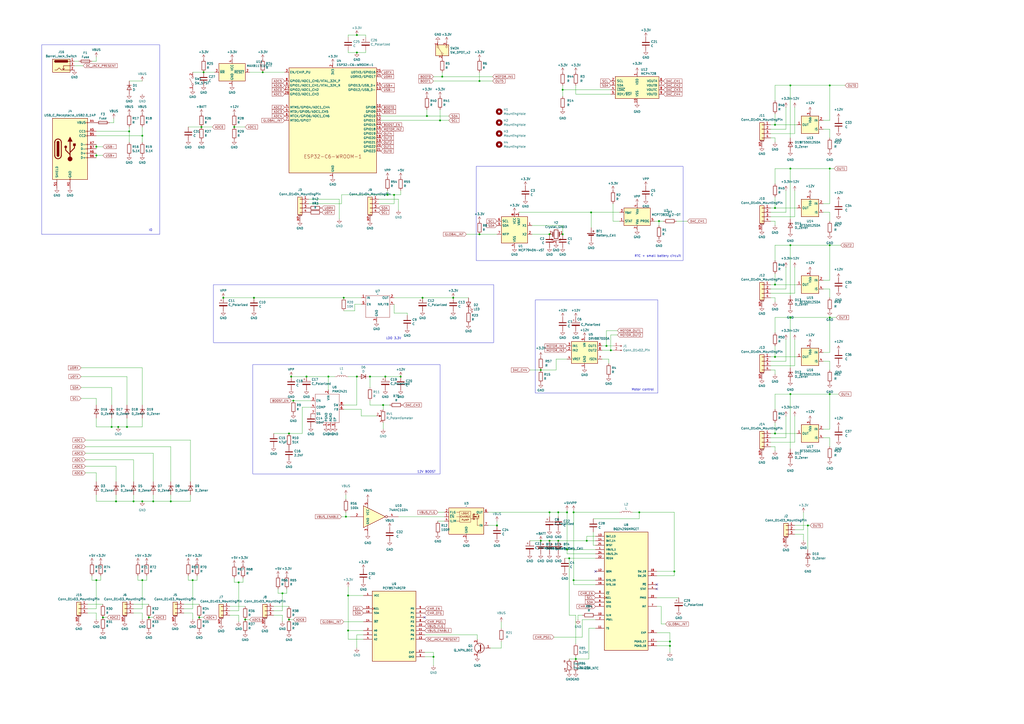
<source format=kicad_sch>
(kicad_sch (version 20250114) (generator "eeschema") (generator_version "9.0")
  (paper "A2")
  (rectangle (start 310.515 173.99) (end 381.635 227.965))
  (rectangle (start 146.685 211.455) (end 255.27 274.955))
  (rectangle (start 123.825 165.1) (end 286.385 198.755))
  (rectangle (start 24.13 26.035) (end 92.71 135.89))
  (rectangle (start 276.225 96.52) (end 396.24 151.13))
  (text "Motor control" (at 372.872 226.06 0) (effects (font (size 1.27 1.27))))
  (text "IO" (at 87.376 133.604 0) (effects (font (size 1.27 1.27))))
  (text "12V BOOST" (at 247.396 273.812 0) (effects (font (size 1.27 1.27))))
  (text "LDO 3.3V" (at 228.346 196.342 0) (effects (font (size 1.27 1.27))))
  (text "RTC + small battery circuit" (at 381.508 148.59 0) (effects (font (size 1.27 1.27))))
  (junction (at 288.29 304.8))
  (junction (at 330.2 323.85))
  (junction (at 326.39 52.07))
  (junction (at 449.58 165.1))
  (junction (at 334.01 382.27))
  (junction (at 449.58 251.46))
  (junction (at 111.76 336.55))
  (junction (at 142.24 359.41))
  (junction (at 68.58 247.65))
  (junction (at 278.13 135.89))
  (junction (at 449.58 207.01))
  (junction (at 201.93 365.76))
  (junction (at 332.74 297.18))
  (junction (at 354.33 203.2))
  (junction (at 222.25 234.95))
  (junction (at 99.06 290.83))
  (junction (at 481.33 97.79))
  (junction (at 278.13 46.99))
  (junction (at 55.88 90.17))
  (junction (at 199.39 172.72))
  (junction (at 88.9 290.83))
  (junction (at 458.47 184.15))
  (junction (at 228.6 113.03))
  (junction (at 167.64 359.41))
  (junction (at 328.93 297.18))
  (junction (at 458.47 228.6))
  (junction (at 247.65 67.31))
  (junction (at 207.01 20.32))
  (junction (at 190.5 218.44))
  (junction (at 481.33 142.24))
  (junction (at 59.69 358.14))
  (junction (at 328.93 318.77))
  (junction (at 214.63 218.44))
  (junction (at 388.62 374.65))
  (junction (at 313.69 214.63))
  (junction (at 323.85 313.69))
  (junction (at 458.47 49.53))
  (junction (at 135.89 73.66))
  (junction (at 245.11 172.72))
  (junction (at 262.89 172.72))
  (junction (at 382.27 128.27))
  (junction (at 481.33 228.6))
  (junction (at 458.47 142.24))
  (junction (at 449.58 72.39))
  (junction (at 82.55 290.83))
  (junction (at 82.55 78.74))
  (junction (at 326.39 135.89))
  (junction (at 313.69 313.69))
  (junction (at 256.54 44.45))
  (junction (at 207.01 30.48))
  (junction (at 200.66 299.72))
  (junction (at 73.66 247.65))
  (junction (at 168.91 218.44))
  (junction (at 318.77 135.89))
  (junction (at 251.46 381))
  (junction (at 77.47 290.83))
  (junction (at 449.58 120.65))
  (junction (at 255.27 69.85))
  (junction (at 332.74 336.55))
  (junction (at 118.11 41.91))
  (junction (at 224.79 113.03))
  (junction (at 163.83 344.17))
  (junction (at 388.62 372.11))
  (junction (at 370.84 297.18))
  (junction (at 55.88 336.55))
  (junction (at 152.4 41.91))
  (junction (at 74.93 76.2))
  (junction (at 67.31 290.83))
  (junction (at 323.85 297.18))
  (junction (at 64.77 247.65))
  (junction (at 391.16 331.47))
  (junction (at 318.77 297.18))
  (junction (at 207.01 218.44))
  (junction (at 342.9 123.19))
  (junction (at 468.63 304.8))
  (junction (at 86.36 358.14))
  (junction (at 340.36 313.69))
  (junction (at 116.84 73.66))
  (junction (at 177.8 218.44))
  (junction (at 481.33 49.53))
  (junction (at 458.47 97.79))
  (junction (at 167.64 251.46))
  (junction (at 232.41 218.44))
  (junction (at 138.43 337.82))
  (junction (at 82.55 336.55))
  (junction (at 147.32 172.72))
  (junction (at 481.33 184.15))
  (junction (at 115.57 358.14))
  (junction (at 129.54 172.72))
  (junction (at 223.52 218.44))
  (junction (at 351.79 200.66))
  (junction (at 55.88 85.09))
  (junction (at 201.93 345.44))
  (junction (at 170.18 232.41))
  (junction (at 318.77 313.69))
  (no_connect (at 345.44 331.47))
  (no_connect (at 246.38 358.14))
  (no_connect (at 381 339.09))
  (no_connect (at 381 341.63))
  (wire (pts (xy 330.2 323.85) (xy 345.44 323.85)))
  (wire (pts (xy 458.47 228.6) (xy 481.33 228.6)))
  (wire (pts (xy 111.76 336.55) (xy 114.3 336.55)))
  (wire (pts (xy 199.39 172.72) (xy 209.55 172.72)))
  (wire (pts (xy 341.63 382.27) (xy 341.63 364.49)))
  (wire (pts (xy 214.63 218.44) (xy 214.63 224.79)))
  (wire (pts (xy 99.06 287.02) (xy 99.06 290.83)))
  (wire (pts (xy 228.6 176.53) (xy 228.6 181.61)))
  (wire (pts (xy 382.27 128.27) (xy 379.73 128.27)))
  (wire (pts (xy 447.04 80.01) (xy 449.58 80.01)))
  (wire (pts (xy 199.39 180.34) (xy 205.74 180.34)))
  (wire (pts (xy 278.13 135.89) (xy 288.29 135.89)))
  (wire (pts (xy 358.14 194.31) (xy 354.33 194.31)))
  (wire (pts (xy 49.53 274.32) (xy 55.88 274.32)))
  (wire (pts (xy 207.01 20.32) (xy 212.09 20.32)))
  (wire (pts (xy 447.04 254) (xy 455.93 254)))
  (wire (pts (xy 111.76 41.91) (xy 118.11 41.91)))
  (wire (pts (xy 334.01 356.87) (xy 330.2 356.87)))
  (wire (pts (xy 116.84 73.66) (xy 123.19 73.66)))
  (wire (pts (xy 88.9 287.02) (xy 88.9 290.83)))
  (wire (pts (xy 345.44 359.41) (xy 337.82 359.41)))
  (wire (pts (xy 210.82 370.84) (xy 201.93 370.84)))
  (wire (pts (xy 254 302.26) (xy 257.81 302.26)))
  (wire (pts (xy 73.66 247.65) (xy 82.55 247.65)))
  (wire (pts (xy 220.98 67.31) (xy 247.65 67.31)))
  (wire (pts (xy 447.04 207.01) (xy 449.58 207.01)))
  (wire (pts (xy 68.58 247.65) (xy 73.66 247.65)))
  (wire (pts (xy 481.33 167.64) (xy 481.33 172.72)))
  (wire (pts (xy 345.44 318.77) (xy 328.93 318.77)))
  (wire (pts (xy 201.93 218.44) (xy 207.01 218.44)))
  (wire (pts (xy 158.75 351.79) (xy 167.64 351.79)))
  (wire (pts (xy 481.33 97.79) (xy 483.87 97.79)))
  (wire (pts (xy 58.42 336.55) (xy 58.42 334.01)))
  (wire (pts (xy 222.25 245.11) (xy 222.25 248.92)))
  (wire (pts (xy 447.04 212.09) (xy 461.01 212.09)))
  (wire (pts (xy 461.01 212.09) (xy 461.01 196.85)))
  (wire (pts (xy 449.58 228.6) (xy 458.47 228.6)))
  (wire (pts (xy 214.63 232.41) (xy 214.63 234.95)))
  (wire (pts (xy 109.22 336.55) (xy 111.76 336.55)))
  (wire (pts (xy 359.41 297.18) (xy 332.74 297.18)))
  (wire (pts (xy 326.39 52.07) (xy 326.39 55.88)))
  (wire (pts (xy 300.99 123.19) (xy 342.9 123.19)))
  (wire (pts (xy 477.52 74.93) (xy 481.33 74.93)))
  (wire (pts (xy 138.43 337.82) (xy 140.97 337.82)))
  (wire (pts (xy 55.88 336.55) (xy 55.88 353.06)))
  (wire (pts (xy 73.66 242.57) (xy 73.66 247.65)))
  (wire (pts (xy 232.41 113.03) (xy 232.41 110.49)))
  (wire (pts (xy 246.38 368.3) (xy 276.86 368.3)))
  (wire (pts (xy 109.22 334.01) (xy 109.22 336.55)))
  (wire (pts (xy 118.11 41.91) (xy 124.46 41.91)))
  (wire (pts (xy 322.58 208.28) (xy 328.93 208.28)))
  (wire (pts (xy 458.47 97.79) (xy 458.47 127)))
  (wire (pts (xy 313.69 313.69) (xy 318.77 313.69)))
  (wire (pts (xy 99.06 259.08) (xy 99.06 279.4)))
  (wire (pts (xy 449.58 172.72) (xy 449.58 175.26)))
  (wire (pts (xy 55.88 231.14) (xy 55.88 234.95)))
  (wire (pts (xy 330.2 323.85) (xy 330.2 356.87)))
  (wire (pts (xy 231.14 115.57) (xy 219.71 115.57)))
  (wire (pts (xy 383.54 351.79) (xy 381 351.79)))
  (wire (pts (xy 66.04 71.12) (xy 66.04 68.58)))
  (wire (pts (xy 228.6 118.11) (xy 219.71 118.11)))
  (wire (pts (xy 88.9 262.89) (xy 88.9 279.4)))
  (wire (pts (xy 340.36 311.15) (xy 340.36 313.69)))
  (wire (pts (xy 447.04 172.72) (xy 449.58 172.72)))
  (wire (pts (xy 477.52 123.19) (xy 481.33 123.19)))
  (wire (pts (xy 449.58 120.65) (xy 462.28 120.65)))
  (wire (pts (xy 334.01 54.61) (xy 354.33 54.61)))
  (wire (pts (xy 111.76 355.6) (xy 111.76 359.41)))
  (wire (pts (xy 388.62 374.65) (xy 388.62 378.46)))
  (wire (pts (xy 43.18 35.56) (xy 45.72 35.56)))
  (wire (pts (xy 255.27 69.85) (xy 260.35 69.85)))
  (wire (pts (xy 327.66 323.85) (xy 330.2 323.85)))
  (wire (pts (xy 313.69 214.63) (xy 322.58 214.63)))
  (wire (pts (xy 318.77 299.72) (xy 318.77 297.18)))
  (wire (pts (xy 382.27 130.81) (xy 382.27 128.27)))
  (wire (pts (xy 64.77 242.57) (xy 64.77 247.65)))
  (wire (pts (xy 254 297.18) (xy 257.81 297.18)))
  (wire (pts (xy 53.34 35.56) (xy 55.88 35.56)))
  (wire (pts (xy 461.01 256.54) (xy 461.01 241.3)))
  (wire (pts (xy 342.9 132.08) (xy 342.9 123.19)))
  (wire (pts (xy 330.2 382.27) (xy 334.01 382.27)))
  (wire (pts (xy 381 367.03) (xy 388.62 367.03)))
  (wire (pts (xy 228.6 181.61) (xy 236.22 181.61)))
  (wire (pts (xy 351.79 200.66) (xy 355.6 200.66)))
  (wire (pts (xy 447.04 256.54) (xy 461.01 256.54)))
  (wire (pts (xy 337.82 369.57) (xy 321.31 369.57)))
  (wire (pts (xy 288.29 302.26) (xy 288.29 304.8)))
  (wire (pts (xy 332.74 295.91) (xy 332.74 297.18)))
  (wire (pts (xy 461.01 304.8) (xy 468.63 304.8)))
  (wire (pts (xy 477.52 118.11) (xy 481.33 118.11)))
  (wire (pts (xy 82.55 213.36) (xy 82.55 234.95)))
  (wire (pts (xy 198.12 113.03) (xy 224.79 113.03)))
  (wire (pts (xy 133.35 351.79) (xy 142.24 351.79)))
  (wire (pts (xy 49.53 259.08) (xy 99.06 259.08)))
  (wire (pts (xy 228.6 113.03) (xy 232.41 113.03)))
  (wire (pts (xy 77.47 266.7) (xy 77.47 279.4)))
  (wire (pts (xy 381 374.65) (xy 388.62 374.65)))
  (wire (pts (xy 354.33 194.31) (xy 354.33 203.2)))
  (wire (pts (xy 170.18 232.41) (xy 180.34 232.41)))
  (wire (pts (xy 381 346.71) (xy 393.7 346.71)))
  (wire (pts (xy 82.55 355.6) (xy 82.55 359.41)))
  (wire (pts (xy 114.3 336.55) (xy 114.3 334.01)))
  (wire (pts (xy 334.01 381) (xy 334.01 382.27)))
  (wire (pts (xy 354.33 203.2) (xy 355.6 203.2)))
  (wire (pts (xy 278.13 41.91) (xy 278.13 46.99)))
  (wire (pts (xy 110.49 255.27) (xy 110.49 279.4)))
  (wire (pts (xy 449.58 49.53) (xy 458.47 49.53)))
  (wire (pts (xy 449.58 207.01) (xy 462.28 207.01)))
  (wire (pts (xy 247.65 63.5) (xy 247.65 67.31)))
  (wire (pts (xy 49.53 262.89) (xy 88.9 262.89)))
  (wire (pts (xy 152.4 41.91) (xy 165.1 41.91)))
  (wire (pts (xy 133.35 354.33) (xy 138.43 354.33)))
  (wire (pts (xy 278.13 46.99) (xy 285.75 46.99)))
  (wire (pts (xy 55.88 336.55) (xy 58.42 336.55)))
  (wire (pts (xy 129.54 172.72) (xy 147.32 172.72)))
  (wire (pts (xy 481.33 142.24) (xy 487.68 142.24)))
  (wire (pts (xy 212.09 30.48) (xy 212.09 29.21)))
  (wire (pts (xy 332.74 336.55) (xy 332.74 339.09)))
  (wire (pts (xy 236.22 181.61) (xy 236.22 182.88)))
  (wire (pts (xy 82.55 336.55) (xy 82.55 353.06)))
  (wire (pts (xy 228.6 172.72) (xy 245.11 172.72)))
  (wire (pts (xy 455.93 241.3) (xy 455.93 254)))
  (wire (pts (xy 111.76 336.55) (xy 111.76 353.06)))
  (wire (pts (xy 251.46 44.45) (xy 256.54 44.45)))
  (wire (pts (xy 449.58 114.3) (xy 449.58 120.65)))
  (wire (pts (xy 198.12 299.72) (xy 200.66 299.72)))
  (wire (pts (xy 447.04 251.46) (xy 449.58 251.46)))
  (wire (pts (xy 386.08 361.95) (xy 383.54 361.95)))
  (wire (pts (xy 370.84 300.99) (xy 370.84 297.18)))
  (wire (pts (xy 55.88 85.09) (xy 55.88 86.36)))
  (wire (pts (xy 82.55 247.65) (xy 82.55 242.57)))
  (wire (pts (xy 80.01 334.01) (xy 80.01 336.55)))
  (wire (pts (xy 455.93 110.49) (xy 455.93 123.19)))
  (wire (pts (xy 337.82 356.87) (xy 335.28 356.87)))
  (wire (pts (xy 247.65 67.31) (xy 260.35 67.31)))
  (wire (pts (xy 326.39 49.53) (xy 326.39 52.07)))
  (wire (pts (xy 318.77 313.69) (xy 323.85 313.69)))
  (wire (pts (xy 163.83 356.87) (xy 163.83 360.68)))
  (wire (pts (xy 449.58 80.01) (xy 449.58 82.55)))
  (wire (pts (xy 481.33 69.85) (xy 481.33 49.53)))
  (wire (pts (xy 50.8 353.06) (xy 55.88 353.06)))
  (wire (pts (xy 158.75 356.87) (xy 163.83 356.87)))
  (wire (pts (xy 381 372.11) (xy 388.62 372.11)))
  (wire (pts (xy 447.04 77.47) (xy 461.01 77.47)))
  (wire (pts (xy 351.79 191.77) (xy 351.79 200.66)))
  (wire (pts (xy 175.26 236.22) (xy 180.34 236.22)))
  (wire (pts (xy 461.01 77.47) (xy 461.01 62.23)))
  (wire (pts (xy 458.47 49.53) (xy 481.33 49.53)))
  (wire (pts (xy 55.88 274.32) (xy 55.88 279.4)))
  (wire (pts (xy 447.04 128.27) (xy 449.58 128.27)))
  (wire (pts (xy 477.52 69.85) (xy 481.33 69.85)))
  (wire (pts (xy 370.84 297.18) (xy 391.16 297.18)))
  (wire (pts (xy 49.53 270.51) (xy 67.31 270.51)))
  (wire (pts (xy 207.01 30.48) (xy 212.09 30.48)))
  (wire (pts (xy 323.85 297.18) (xy 328.93 297.18)))
  (wire (pts (xy 328.93 295.91) (xy 328.93 297.18)))
  (wire (pts (xy 326.39 130.81) (xy 326.39 135.89)))
  (wire (pts (xy 201.93 30.48) (xy 207.01 30.48)))
  (wire (pts (xy 161.29 344.17) (xy 163.83 344.17)))
  (wire (pts (xy 201.93 20.32) (xy 207.01 20.32)))
  (wire (pts (xy 168.91 232.41) (xy 170.18 232.41)))
  (wire (pts (xy 447.04 125.73) (xy 461.01 125.73)))
  (wire (pts (xy 391.16 297.18) (xy 391.16 331.47)))
  (wire (pts (xy 466.09 297.18) (xy 466.09 307.34)))
  (wire (pts (xy 256.54 44.45) (xy 285.75 44.45)))
  (wire (pts (xy 481.33 184.15) (xy 485.14 184.15)))
  (wire (pts (xy 99.06 290.83) (xy 110.49 290.83)))
  (wire (pts (xy 458.47 142.24) (xy 481.33 142.24)))
  (wire (pts (xy 46.99 231.14) (xy 55.88 231.14)))
  (wire (pts (xy 449.58 142.24) (xy 458.47 142.24)))
  (wire (pts (xy 138.43 337.82) (xy 138.43 354.33)))
  (wire (pts (xy 449.58 245.11) (xy 449.58 251.46)))
  (wire (pts (xy 458.47 97.79) (xy 481.33 97.79)))
  (wire (pts (xy 85.09 336.55) (xy 85.09 334.01)))
  (wire (pts (xy 140.97 337.82) (xy 140.97 335.28)))
  (wire (pts (xy 77.47 287.02) (xy 77.47 290.83)))
  (wire (pts (xy 135.89 73.66) (xy 142.24 73.66)))
  (wire (pts (xy 55.88 76.2) (xy 74.93 76.2)))
  (wire (pts (xy 46.99 213.36) (xy 82.55 213.36)))
  (wire (pts (xy 251.46 381) (xy 251.46 386.08)))
  (wire (pts (xy 337.82 359.41) (xy 337.82 369.57)))
  (wire (pts (xy 449.58 200.66) (xy 449.58 207.01)))
  (wire (pts (xy 55.88 90.17) (xy 59.69 90.17)))
  (wire (pts (xy 468.63 304.8) (xy 469.9 304.8)))
  (wire (pts (xy 207.01 368.3) (xy 207.01 375.92)))
  (wire (pts (xy 133.35 356.87) (xy 138.43 356.87)))
  (wire (pts (xy 207.01 218.44) (xy 207.01 234.95)))
  (wire (pts (xy 46.99 218.44) (xy 73.66 218.44)))
  (wire (pts (xy 334.01 373.38) (xy 334.01 356.87)))
  (wire (pts (xy 222.25 234.95) (xy 226.06 234.95)))
  (wire (pts (xy 73.66 218.44) (xy 73.66 234.95)))
  (wire (pts (xy 246.38 381) (xy 251.46 381)))
  (wire (pts (xy 231.14 299.72) (xy 257.81 299.72)))
  (wire (pts (xy 168.91 218.44) (xy 177.8 218.44)))
  (wire (pts (xy 55.88 242.57) (xy 55.88 247.65)))
  (wire (pts (xy 210.82 368.3) (xy 207.01 368.3)))
  (wire (pts (xy 307.34 313.69) (xy 313.69 313.69)))
  (wire (pts (xy 334.01 382.27) (xy 341.63 382.27)))
  (wire (pts (xy 209.55 241.3) (xy 218.44 241.3)))
  (wire (pts (xy 74.93 76.2) (xy 74.93 73.66)))
  (wire (pts (xy 276.86 368.3) (xy 276.86 370.84)))
  (wire (pts (xy 106.68 355.6) (xy 111.76 355.6)))
  (wire (pts (xy 77.47 355.6) (xy 82.55 355.6)))
  (wire (pts (xy 110.49 290.83) (xy 110.49 287.02)))
  (wire (pts (xy 220.98 69.85) (xy 255.27 69.85)))
  (wire (pts (xy 481.33 209.55) (xy 481.33 214.63)))
  (wire (pts (xy 167.64 251.46) (xy 175.26 251.46)))
  (wire (pts (xy 200.66 297.18) (xy 200.66 299.72)))
  (wire (pts (xy 142.24 359.41) (xy 144.78 359.41)))
  (wire (pts (xy 477.52 248.92) (xy 481.33 248.92)))
  (wire (pts (xy 332.74 339.09) (xy 345.44 339.09)))
  (wire (pts (xy 449.58 259.08) (xy 449.58 261.62)))
  (wire (pts (xy 449.58 165.1) (xy 462.28 165.1)))
  (wire (pts (xy 166.37 344.17) (xy 166.37 341.63)))
  (wire (pts (xy 353.06 208.28) (xy 353.06 210.82)))
  (wire (pts (xy 201.93 21.59) (xy 201.93 20.32)))
  (wire (pts (xy 477.52 204.47) (xy 481.33 204.47)))
  (wire (pts (xy 461.01 170.18) (xy 461.01 154.94)))
  (wire (pts (xy 67.31 287.02) (xy 67.31 290.83)))
  (wire (pts (xy 481.33 228.6) (xy 486.41 228.6)))
  (wire (pts (xy 55.88 35.56) (xy 55.88 33.02)))
  (wire (pts (xy 109.22 73.66) (xy 116.84 73.66)))
  (wire (pts (xy 466.09 309.88) (xy 466.09 313.69)))
  (wire (pts (xy 449.58 158.75) (xy 449.58 165.1)))
  (wire (pts (xy 200.66 299.72) (xy 203.2 299.72)))
  (wire (pts (xy 388.62 367.03) (xy 388.62 372.11)))
  (wire (pts (xy 201.93 340.36) (xy 201.93 345.44)))
  (wire (pts (xy 341.63 364.49) (xy 345.44 364.49)))
  (wire (pts (xy 223.52 218.44) (xy 232.41 218.44)))
  (wire (pts (xy 358.14 191.77) (xy 351.79 191.77)))
  (wire (pts (xy 449.58 142.24) (xy 449.58 151.13)))
  (wire (pts (xy 115.57 358.14) (xy 118.11 358.14)))
  (wire (pts (xy 449.58 184.15) (xy 449.58 193.04)))
  (wire (pts (xy 458.47 228.6) (xy 458.47 260.35)))
  (wire (pts (xy 67.31 270.51) (xy 67.31 279.4)))
  (wire (pts (xy 255.27 63.5) (xy 255.27 69.85)))
  (wire (pts (xy 290.83 375.92) (xy 284.48 375.92)))
  (wire (pts (xy 55.88 88.9) (xy 55.88 90.17)))
  (wire (pts (xy 323.85 313.69) (xy 340.36 313.69)))
  (wire (pts (xy 55.88 85.09) (xy 59.69 85.09)))
  (wire (pts (xy 256.54 41.91) (xy 256.54 44.45)))
  (wire (pts (xy 355.6 118.11) (xy 355.6 128.27)))
  (wire (pts (xy 200.66 287.02) (xy 200.66 289.56)))
  (wire (pts (xy 231.14 121.92) (xy 231.14 115.57)))
  (wire (pts (xy 449.58 184.15) (xy 458.47 184.15)))
  (wire (pts (xy 449.58 49.53) (xy 449.58 58.42)))
  (wire (pts (xy 447.04 214.63) (xy 449.58 214.63)))
  (wire (pts (xy 135.89 335.28) (xy 135.89 337.82)))
  (wire (pts (xy 382.27 128.27) (xy 384.81 128.27)))
  (wire (pts (xy 201.93 365.76) (xy 201.93 370.84)))
  (wire (pts (xy 481.33 74.93) (xy 481.33 80.01)))
  (wire (pts (xy 481.33 118.11) (xy 481.33 97.79)))
  (wire (pts (xy 447.04 209.55) (xy 455.93 209.55)))
  (wire (pts (xy 449.58 97.79) (xy 458.47 97.79)))
  (wire (pts (xy 349.25 208.28) (xy 353.06 208.28)))
  (wire (pts (xy 205.74 180.34) (xy 205.74 176.53)))
  (wire (pts (xy 391.16 334.01) (xy 391.16 331.47)))
  (wire (pts (xy 138.43 356.87) (xy 138.43 360.68)))
  (wire (pts (xy 224.79 110.49) (xy 224.79 113.03)))
  (wire (pts (xy 458.47 49.53) (xy 458.47 80.01)))
  (wire (pts (xy 53.34 334.01) (xy 53.34 336.55)))
  (wire (pts (xy 64.77 247.65) (xy 68.58 247.65)))
  (wire (pts (xy 381 334.01) (xy 391.16 334.01)))
  (wire (pts (xy 175.26 251.46) (xy 175.26 236.22)))
  (wire (pts (xy 345.44 311.15) (xy 340.36 311.15)))
  (wire (pts (xy 355.6 128.27) (xy 359.41 128.27)))
  (wire (pts (xy 199.39 360.68) (xy 210.82 360.68)))
  (wire (pts (xy 447.04 165.1) (xy 449.58 165.1)))
  (wire (pts (xy 158.75 251.46) (xy 167.64 251.46)))
  (wire (pts (xy 447.04 123.19) (xy 455.93 123.19)))
  (wire (pts (xy 50.8 355.6) (xy 55.88 355.6)))
  (wire (pts (xy 307.34 214.63) (xy 313.69 214.63)))
  (wire (pts (xy 106.68 353.06) (xy 111.76 353.06)))
  (wire (pts (xy 481.33 204.47) (xy 481.33 184.15)))
  (wire (pts (xy 270.51 135.89) (xy 278.13 135.89)))
  (wire (pts (xy 383.54 361.95) (xy 383.54 351.79)))
  (wire (pts (xy 201.93 345.44) (xy 210.82 345.44)))
  (wire (pts (xy 196.85 115.57) (xy 196.85 127)))
  (wire (pts (xy 64.77 224.79) (xy 64.77 234.95)))
  (wire (pts (xy 224.79 113.03) (xy 228.6 113.03)))
  (wire (pts (xy 55.88 247.65) (xy 64.77 247.65)))
  (wire (pts (xy 74.93 46.99) (xy 82.55 46.99)))
  (wire (pts (xy 322.58 214.63) (xy 322.58 208.28)))
  (wire (pts (xy 190.5 218.44) (xy 190.5 226.06)))
  (wire (pts (xy 388.62 372.11) (xy 388.62 374.65)))
  (wire (pts (xy 461.01 307.34) (xy 466.09 307.34)))
  (wire (pts (xy 63.5 71.12) (xy 66.04 71.12)))
  (wire (pts (xy 55.88 90.17) (xy 55.88 91.44)))
  (wire (pts (xy 449.58 228.6) (xy 449.58 237.49)))
  (wire (pts (xy 214.63 218.44) (xy 223.52 218.44)))
  (wire (pts (xy 144.78 41.91) (xy 152.4 41.91)))
  (wire (pts (xy 88.9 290.83) (xy 99.06 290.83)))
  (wire (pts (xy 212.09 20.32) (xy 212.09 21.59)))
  (wire (pts (xy 449.58 251.46) (xy 462.28 251.46)))
  (wire (pts (xy 222.25 234.95) (xy 222.25 237.49)))
  (wire (pts (xy 198.12 118.11) (xy 198.12 113.03)))
  (wire (pts (xy 392.43 128.27) (xy 398.78 128.27)))
  (wire (pts (xy 449.58 97.79) (xy 449.58 106.68)))
  (wire (pts (xy 77.47 350.52) (xy 86.36 350.52)))
  (wire (pts (xy 447.04 120.65) (xy 449.58 120.65)))
  (wire (pts (xy 449.58 72.39) (xy 462.28 72.39)))
  (wire (pts (xy 318.77 297.18) (xy 323.85 297.18)))
  (wire (pts (xy 367.03 297.18) (xy 370.84 297.18)))
  (wire (pts (xy 323.85 297.18) (xy 323.85 299.72)))
  (wire (pts (xy 447.04 170.18) (xy 461.01 170.18)))
  (wire (pts (xy 447.04 167.64) (xy 455.93 167.64)))
  (wire (pts (xy 449.58 128.27) (xy 449.58 130.81)))
  (wire (pts (xy 340.36 313.69) (xy 345.44 313.69)))
  (wire (pts (xy 332.74 297.18) (xy 332.74 336.55)))
  (wire (pts (xy 308.61 135.89) (xy 318.77 135.89)))
  (wire (pts (xy 391.16 331.47) (xy 381 331.47)))
  (wire (pts (xy 449.58 66.04) (xy 449.58 72.39)))
  (wire (pts (xy 262.89 172.72) (xy 271.78 172.72)))
  (wire (pts (xy 455.93 154.94) (xy 455.93 167.64)))
  (wire (pts (xy 55.88 83.82) (xy 55.88 85.09)))
  (wire (pts (xy 481.33 49.53) (xy 490.22 49.53)))
  (wire (pts (xy 458.47 184.15) (xy 481.33 184.15)))
  (wire (pts (xy 308.61 130.81) (xy 326.39 130.81)))
  (wire (pts (xy 283.21 297.18) (xy 318.77 297.18)))
  (wire (pts (xy 447.04 259.08) (xy 449.58 259.08)))
  (wire (pts (xy 228.6 113.03) (xy 228.6 118.11)))
  (wire (pts (xy 349.25 200.66) (xy 351.79 200.66)))
  (wire (pts (xy 82.55 78.74) (xy 82.55 73.66)))
  (wire (pts (xy 332.74 336.55) (xy 345.44 336.55)))
  (wire (pts (xy 179.07 118.11) (xy 198.12 118.11)))
  (wire (pts (xy 449.58 214.63) (xy 449.58 217.17)))
  (wire (pts (xy 55.88 287.02) (xy 55.88 290.83)))
  (wire (pts (xy 82.55 290.83) (xy 88.9 290.83)))
  (wire (pts (xy 335.28 356.87) (xy 335.28 359.41)))
  (wire (pts (xy 77.47 353.06) (xy 82.55 353.06)))
  (wire (pts (xy 481.33 254) (xy 481.33 259.08)))
  (wire (pts (xy 82.55 78.74) (xy 82.55 82.55)))
  (wire (pts (xy 161.29 341.63) (xy 161.29 344.17)))
  (wire (pts (xy 344.17 308.61) (xy 344.17 316.23)))
  (wire (pts (xy 55.88 78.74) (xy 82.55 78.74)))
  (wire (pts (xy 158.75 354.33) (xy 163.83 354.33)))
  (wire (pts (xy 477.52 167.64) (xy 481.33 167.64)))
  (wire (pts (xy 82.55 336.55) (xy 85.09 336.55)))
  (wire (pts (xy 179.07 115.57) (xy 196.85 115.57)))
  (wire (pts (xy 481.33 162.56) (xy 481.33 142.24)))
  (wire (pts (xy 49.53 255.27) (xy 110.49 255.27)))
  (wire (pts (xy 477.52 162.56) (xy 481.33 162.56)))
  (wire (pts (xy 477.52 254) (xy 481.33 254)))
  (wire (pts (xy 74.93 76.2) (xy 74.93 82.55)))
  (wire (pts (xy 288.29 304.8) (xy 283.21 304.8)))
  (wire (pts (xy 458.47 184.15) (xy 458.47 213.36)))
  (wire (pts (xy 43.18 38.1) (xy 48.26 38.1)))
  (wire (pts (xy 67.31 290.83) (xy 77.47 290.83)))
  (wire (pts (xy 461.01 125.73) (xy 461.01 110.49)))
  (wire (pts (xy 106.68 350.52) (xy 115.57 350.52)))
  (wire (pts (xy 344.17 316.23) (xy 345.44 316.23)))
  (wire (pts (xy 147.32 172.72) (xy 199.39 172.72)))
  (wire (pts (xy 481.33 123.19) (xy 481.33 128.27)))
  (wire (pts (xy 50.8 350.52) (xy 59.69 350.52)))
  (wire (pts (xy 55.88 355.6) (xy 55.88 359.41)))
  (wire (pts (xy 468.63 304.8) (xy 468.63 318.77)))
  (wire (pts (xy 80.01 336.55) (xy 82.55 336.55)))
  (wire (pts (xy 207.01 234.95) (xy 199.39 234.95)))
  (wire (pts (xy 334.01 49.53) (xy 334.01 54.61)))
  (wire (pts (xy 214.63 234.95) (xy 222.25 234.95)))
  (wire (pts (xy 53.34 336.55) (xy 55.88 336.55)))
  (wire (pts (xy 135.89 337.82) (xy 138.43 337.82)))
  (wire (pts (xy 290.83 372.11) (xy 290.83 375.92)))
  (wire (pts (xy 447.04 72.39) (xy 449.58 72.39)))
  (wire (pts (xy 201.93 29.21) (xy 201.93 30.48)))
  (wire (pts (xy 167.64 359.41) (xy 170.18 359.41)))
  (wire (pts (xy 342.9 123.19) (xy 359.41 123.19)))
  (wire (pts (xy 447.04 74.93) (xy 455.93 74.93)))
  (wire (pts (xy 86.36 358.14) (xy 88.9 358.14)))
  (wire (pts (xy 461.01 309.88) (xy 466.09 309.88)))
  (wire (pts (xy 344.17 300.99) (xy 370.84 300.99)))
  (wire (pts (xy 349.25 203.2) (xy 354.33 203.2)))
  (wire (pts (xy 251.46 378.46) (xy 251.46 381)))
  (wire (pts (xy 245.11 172.72) (xy 262.89 172.72)))
  (wire (pts (xy 163.83 344.17) (xy 163.83 354.33)))
  (wire (pts (xy 163.83 344.17) (xy 166.37 344.17)))
  (wire (pts (xy 59.69 358.14) (xy 62.23 358.14)))
  (wire (pts (xy 201.93 365.76) (xy 210.82 365.76)))
  (wire (pts (xy 46.99 224.79) (xy 64.77 224.79)))
  (wire (pts (xy 55.88 290.83) (xy 67.31 290.83)))
  (wire (pts (xy 209.55 237.49) (xy 199.39 237.49)))
  (wire (pts (xy 251.46 46.99) (xy 278.13 46.99)))
  (wire (pts (xy 77.47 290.83) (xy 82.55 290.83)))
  (wire (pts (xy 201.93 345.44) (xy 201.93 365.76)))
  (wire (pts (xy 246.38 378.46) (xy 251.46 378.46)))
  (wire (pts (xy 477.52 209.55) (xy 481.33 209.55)))
  (wire (pts (xy 205.74 176.53) (xy 209.55 176.53)))
  (wire (pts (xy 190.5 218.44) (xy 194.31 218.44)))
  (wire (pts (xy 345.44 321.31) (xy 328.93 321.31)))
  (wire (pts (xy 328.93 297.18) (xy 328.93 318.77)))
  (wire (pts (xy 290.83 360.68) (xy 290.83 364.49)))
  (wire (pts (xy 481.33 248.92) (xy 481.33 228.6)))
  (wire (pts (xy 49.53 266.7) (xy 77.47 266.7)))
  (wire (pts (xy 326.39 52.07) (xy 354.33 52.07)))
  (wire (pts (xy 209.55 241.3) (xy 209.55 237.49)))
  (wire (pts (xy 455.93 196.85) (xy 455.93 209.55)))
  (wire (pts (xy 458.47 142.24) (xy 458.47 171.45)))
  (wire (pts (xy 177.8 218.44) (xy 190.5 218.44)))
  (wire (pts (xy 455.93 62.23) (xy 455.93 74.93)))
  (wire (pts (xy 328.93 321.31) (xy 328.93 318.77)))
  (global_label "SDA" (shape input) (at 46.99 224.79 180) (property "Intersheetrefs" "${INTERSHEET_REFS}" (effects (hide yes))))
  (global_label "BOOT0" (shape input) (at 220.98 62.23 0) (property "Intersheetrefs" "${INTERSHEET_REFS}" (effects (hide yes))))
  (global_label "VBUS_ENABLE" (shape input) (at 246.38 365.76 0) (property "Intersheetrefs" "${INTERSHEET_REFS}" (effects (hide yes))))
  (global_label "ADC3" (shape input) (at 49.53 262.89 180) (property "Intersheetrefs" "${INTERSHEET_REFS}" (effects (hide yes))))
  (global_label "ADC4" (shape input) (at 49.53 266.7 180) (property "Intersheetrefs" "${INTERSHEET_REFS}" (effects (hide yes))))
  (global_label "ADC0" (shape input) (at 165.1 52.07 180) (property "Intersheetrefs" "${INTERSHEET_REFS}" (effects (hide yes))))
  (global_label "VBUS_ENABLE" (shape input) (at 198.12 299.72 180) (property "Intersheetrefs" "${INTERSHEET_REFS}" (effects (hide yes))))
  (global_label "SDA" (shape input) (at 260.35 67.31 0) (property "Intersheetrefs" "${INTERSHEET_REFS}" (effects (hide yes))))
  (global_label "ADC1" (shape input) (at 49.53 255.27 180) (property "Intersheetrefs" "${INTERSHEET_REFS}" (effects (hide yes))))
  (global_label "USB+" (shape input) (at 59.69 90.17 0) (property "Intersheetrefs" "${INTERSHEET_REFS}" (effects (hide yes))))
  (global_label "MOTOR_IN2" (shape input) (at 328.93 203.2 180) (property "Intersheetrefs" "${INTERSHEET_REFS}" (effects (hide yes))))
  (global_label "BOOT1" (shape input) (at 251.46 46.99 180) (property "Intersheetrefs" "${INTERSHEET_REFS}" (effects (hide yes))))
  (global_label "SDA" (shape input) (at 219.71 120.65 0) (property "Intersheetrefs" "${INTERSHEET_REFS}" (effects (hide yes))))
  (global_label "DAC_CH3" (shape input) (at 233.68 234.95 0) (property "Intersheetrefs" "${INTERSHEET_REFS}" (effects (hide yes))))
  (global_label "USB+" (shape input) (at 220.98 49.53 0) (property "Intersheetrefs" "${INTERSHEET_REFS}" (effects (hide yes))))
  (global_label "OUT2" (shape input) (at 220.98 82.55 0) (property "Intersheetrefs" "${INTERSHEET_REFS}" (effects (hide yes))))
  (global_label "OUT3" (shape input) (at 220.98 80.01 0) (property "Intersheetrefs" "${INTERSHEET_REFS}" (effects (hide yes))))
  (global_label "DAC_CH1" (shape input) (at 384.81 46.99 0) (property "Intersheetrefs" "${INTERSHEET_REFS}" (effects (hide yes))))
  (global_label "VBUS_FLG" (shape input) (at 254 297.18 180) (property "Intersheetrefs" "${INTERSHEET_REFS}" (effects (hide yes))))
  (global_label "GLOBAL_INT" (shape input) (at 386.08 361.95 0) (property "Intersheetrefs" "${INTERSHEET_REFS}" (effects (hide yes))))
  (global_label "ADC2" (shape input) (at 165.1 62.23 180) (property "Intersheetrefs" "${INTERSHEET_REFS}" (effects (hide yes))))
  (global_label "OUT2" (shape input) (at 487.68 142.24 0) (property "Intersheetrefs" "${INTERSHEET_REFS}" (effects (hide yes))))
  (global_label "OUT0" (shape input) (at 490.22 49.53 0) (property "Intersheetrefs" "${INTERSHEET_REFS}" (effects (hide yes))))
  (global_label "SDA" (shape input) (at 288.29 130.81 180) (property "Intersheetrefs" "${INTERSHEET_REFS}" (effects (hide yes))))
  (global_label "SDA" (shape input) (at 354.33 49.53 180) (property "Intersheetrefs" "${INTERSHEET_REFS}" (effects (hide yes))))
  (global_label "ADC6" (shape input) (at 49.53 274.32 180) (property "Intersheetrefs" "${INTERSHEET_REFS}" (effects (hide yes))))
  (global_label "DAC_CH3" (shape input) (at 384.81 52.07 0) (property "Intersheetrefs" "${INTERSHEET_REFS}" (effects (hide yes))))
  (global_label "CHR_PSEL" (shape input) (at 321.31 369.57 180) (property "Intersheetrefs" "${INTERSHEET_REFS}" (effects (hide yes))))
  (global_label "SCL" (shape input) (at 354.33 46.99 180) (property "Intersheetrefs" "${INTERSHEET_REFS}" (effects (hide yes))))
  (global_label "CHR_OTG" (shape input) (at 345.44 351.79 180) (property "Intersheetrefs" "${INTERSHEET_REFS}" (effects (hide yes))))
  (global_label "OUT3" (shape input) (at 485.14 184.15 0) (property "Intersheetrefs" "${INTERSHEET_REFS}" (effects (hide yes))))
  (global_label "MOTOR_OUT2" (shape input) (at 358.14 194.31 0) (property "Intersheetrefs" "${INTERSHEET_REFS}" (effects (hide yes))))
  (global_label "OUT5" (shape input) (at 469.9 304.8 0) (property "Intersheetrefs" "${INTERSHEET_REFS}" (effects (hide yes))))
  (global_label "OUT4" (shape input) (at 220.98 77.47 0) (property "Intersheetrefs" "${INTERSHEET_REFS}" (effects (hide yes))))
  (global_label "ADC2" (shape input) (at 62.23 358.14 0) (property "Intersheetrefs" "${INTERSHEET_REFS}" (effects (hide yes))))
  (global_label "BOOST_EN" (shape input) (at 220.98 72.39 0) (property "Intersheetrefs" "${INTERSHEET_REFS}" (effects (hide yes))))
  (global_label "OUT5" (shape input) (at 285.75 46.99 0) (property "Intersheetrefs" "${INTERSHEET_REFS}" (effects (hide yes))))
  (global_label "GLOBAL_INT" (shape input) (at 199.39 360.68 180) (property "Intersheetrefs" "${INTERSHEET_REFS}" (effects (hide yes))))
  (global_label "ADC1" (shape input) (at 165.1 54.61 180) (property "Intersheetrefs" "${INTERSHEET_REFS}" (effects (hide yes))))
  (global_label "BOOT1" (shape input) (at 220.98 64.77 0) (property "Intersheetrefs" "${INTERSHEET_REFS}" (effects (hide yes))))
  (global_label "ADC4" (shape input) (at 118.11 358.14 0) (property "Intersheetrefs" "${INTERSHEET_REFS}" (effects (hide yes))))
  (global_label "SCL" (shape input) (at 260.35 69.85 0) (property "Intersheetrefs" "${INTERSHEET_REFS}" (effects (hide yes))))
  (global_label "ADC5" (shape input) (at 49.53 270.51 180) (property "Intersheetrefs" "${INTERSHEET_REFS}" (effects (hide yes))))
  (global_label "BOOT0" (shape input) (at 251.46 44.45 180) (property "Intersheetrefs" "${INTERSHEET_REFS}" (effects (hide yes))))
  (global_label "ADC6" (shape input) (at 165.1 49.53 180) (property "Intersheetrefs" "${INTERSHEET_REFS}" (effects (hide yes))))
  (global_label "CHR_EN" (shape input) (at 246.38 353.06 0) (property "Intersheetrefs" "${INTERSHEET_REFS}" (effects (hide yes))))
  (global_label "ADC3" (shape input) (at 88.9 358.14 0) (property "Intersheetrefs" "${INTERSHEET_REFS}" (effects (hide yes))))
  (global_label "ADC4" (shape input) (at 165.1 67.31 180) (property "Intersheetrefs" "${INTERSHEET_REFS}" (effects (hide yes))))
  (global_label "U0RX" (shape input) (at 46.99 213.36 180) (property "Intersheetrefs" "${INTERSHEET_REFS}" (effects (hide yes))))
  (global_label "SDA" (shape input) (at 345.44 349.25 180) (property "Intersheetrefs" "${INTERSHEET_REFS}" (effects (hide yes))))
  (global_label "MOTOR_IN2" (shape input) (at 220.98 74.93 0) (property "Intersheetrefs" "${INTERSHEET_REFS}" (effects (hide yes))))
  (global_label "SCL" (shape input) (at 219.71 123.19 0) (property "Intersheetrefs" "${INTERSHEET_REFS}" (effects (hide yes))))
  (global_label "MOTOR_IN1" (shape input) (at 285.75 44.45 0) (property "Intersheetrefs" "${INTERSHEET_REFS}" (effects (hide yes))))
  (global_label "DC_JACK_PRESENT" (shape input) (at 48.26 38.1 0) (property "Intersheetrefs" "${INTERSHEET_REFS}" (effects (hide yes))))
  (global_label "BOOST_EN" (shape input) (at 168.91 232.41 180) (property "Intersheetrefs" "${INTERSHEET_REFS}" (effects (hide yes))))
  (global_label "SCL" (shape input) (at 288.29 128.27 180) (property "Intersheetrefs" "${INTERSHEET_REFS}" (effects (hide yes))))
  (global_label "U0RX" (shape input) (at 186.69 120.65 0) (property "Intersheetrefs" "${INTERSHEET_REFS}" (effects (hide yes))))
  (global_label "ADC5" (shape input) (at 165.1 46.99 180) (property "Intersheetrefs" "${INTERSHEET_REFS}" (effects (hide yes))))
  (global_label "DAC_CH4" (shape input) (at 307.34 214.63 180) (property "Intersheetrefs" "${INTERSHEET_REFS}" (effects (hide yes))))
  (global_label "MOTOR_IN1" (shape input) (at 328.93 200.66 180) (property "Intersheetrefs" "${INTERSHEET_REFS}" (effects (hide yes))))
  (global_label "OUT0" (shape input) (at 220.98 87.63 0) (property "Intersheetrefs" "${INTERSHEET_REFS}" (effects (hide yes))))
  (global_label "ADC1" (shape input) (at 142.24 73.66 0) (property "Intersheetrefs" "${INTERSHEET_REFS}" (effects (hide yes))))
  (global_label "DAC_CH4" (shape input) (at 384.81 54.61 0) (property "Intersheetrefs" "${INTERSHEET_REFS}" (effects (hide yes))))
  (global_label "ADC3" (shape input) (at 165.1 64.77 180) (property "Intersheetrefs" "${INTERSHEET_REFS}" (effects (hide yes))))
  (global_label "ADC5" (shape input) (at 144.78 359.41 0) (property "Intersheetrefs" "${INTERSHEET_REFS}" (effects (hide yes))))
  (global_label "CHR_OTG" (shape input) (at 246.38 355.6 0) (property "Intersheetrefs" "${INTERSHEET_REFS}" (effects (hide yes))))
  (global_label "U0TX" (shape input) (at 220.98 41.91 0) (property "Intersheetrefs" "${INTERSHEET_REFS}" (effects (hide yes))))
  (global_label "DC_JACK_PRESENT" (shape input) (at 246.38 370.84 0) (property "Intersheetrefs" "${INTERSHEET_REFS}" (effects (hide yes))))
  (global_label "U0RX" (shape input) (at 220.98 44.45 0) (property "Intersheetrefs" "${INTERSHEET_REFS}" (effects (hide yes))))
  (global_label "ADC0" (shape input) (at 123.19 73.66 0) (property "Intersheetrefs" "${INTERSHEET_REFS}" (effects (hide yes))))
  (global_label "OUT1" (shape input) (at 483.87 97.79 0) (property "Intersheetrefs" "${INTERSHEET_REFS}" (effects (hide yes))))
  (global_label "DAC_CH1" (shape input) (at 398.78 128.27 0) (property "Intersheetrefs" "${INTERSHEET_REFS}" (effects (hide yes))))
  (global_label "SCL" (shape input) (at 210.82 353.06 180) (property "Intersheetrefs" "${INTERSHEET_REFS}" (effects (hide yes))))
  (global_label "OUT4" (shape input) (at 486.41 228.6 0) (property "Intersheetrefs" "${INTERSHEET_REFS}" (effects (hide yes))))
  (global_label "U0TX" (shape input) (at 186.69 123.19 0) (property "Intersheetrefs" "${INTERSHEET_REFS}" (effects (hide yes))))
  (global_label "SCL" (shape input) (at 46.99 231.14 180) (property "Intersheetrefs" "${INTERSHEET_REFS}" (effects (hide yes))))
  (global_label "OUT1" (shape input) (at 220.98 85.09 0) (property "Intersheetrefs" "${INTERSHEET_REFS}" (effects (hide yes))))
  (global_label "USB-" (shape input) (at 59.69 85.09 0) (property "Intersheetrefs" "${INTERSHEET_REFS}" (effects (hide yes))))
  (global_label "CHR_PSEL" (shape input) (at 246.38 360.68 0) (property "Intersheetrefs" "${INTERSHEET_REFS}" (effects (hide yes))))
  (global_label "MOTOR_OUT1" (shape input) (at 358.14 191.77 0) (property "Intersheetrefs" "${INTERSHEET_REFS}" (effects (hide yes))))
  (global_label "ADC6" (shape input) (at 170.18 359.41 0) (property "Intersheetrefs" "${INTERSHEET_REFS}" (effects (hide yes))))
  (global_label "GLOBAL_INT" (shape input) (at 270.51 135.89 180) (property "Intersheetrefs" "${INTERSHEET_REFS}" (effects (hide yes))))
  (global_label "DAC_CH2" (shape input) (at 384.81 49.53 0) (property "Intersheetrefs" "${INTERSHEET_REFS}" (effects (hide yes))))
  (global_label "U0TX" (shape input) (at 46.99 218.44 180) (property "Intersheetrefs" "${INTERSHEET_REFS}" (effects (hide yes))))
  (global_label "SDA" (shape input) (at 210.82 355.6 180) (property "Intersheetrefs" "${INTERSHEET_REFS}" (effects (hide yes))))
  (global_label "GLOBAL_INT" (shape input) (at 165.1 69.85 180) (property "Intersheetrefs" "${INTERSHEET_REFS}" (effects (hide yes))))
  (global_label "USB-" (shape input) (at 220.98 52.07 0) (property "Intersheetrefs" "${INTERSHEET_REFS}" (effects (hide yes))))
  (global_label "VBUS_FLG" (shape input) (at 246.38 363.22 0) (property "Intersheetrefs" "${INTERSHEET_REFS}" (effects (hide yes))))
  (global_label "ADC2" (shape input) (at 49.53 259.08 180) (property "Intersheetrefs" "${INTERSHEET_REFS}" (effects (hide yes))))
  (global_label "CHR_EN" (shape input) (at 345.44 344.17 180) (property "Intersheetrefs" "${INTERSHEET_REFS}" (effects (hide yes))))
  (global_label "SCL" (shape input) (at 345.44 346.71 180) (property "Intersheetrefs" "${INTERSHEET_REFS}" (effects (hide yes))))
  (symbol (lib_id "power:GND") (at 327.66 331.47 0) (unit 1)
    (property "Reference" "#PWR0183" (effects (hide yes)))
    (property "Value" "GND" (at 327.66 335.6031 0))
    (property "Description" "Power symbol creates a global label with name \"GND\" , ground" (effects (hide yes)))
  )
  (symbol (lib_id "power:+3.3V") (at 455.93 241.3 0) (unit 1)
    (property "Reference" "#PWR0163" (effects (hide yes)))
    (property "Value" "+3.3V" (at 455.93 236.22 0))
    (property "Description" "Power symbol creates a global label with name \"+3.3V\"" (effects (hide yes)))
  )
  (symbol (lib_id "power:GND") (at 33.02 109.22 0) (unit 1)
    (property "Reference" "#PWR080" (effects (hide yes)))
    (property "Value" "GND" (at 33.02 113.3531 0))
    (property "Description" "Power symbol creates a global label with name \"GND\" , ground" (effects (hide yes)))
  )
  (symbol (lib_id "power:GND") (at 236.22 190.5 0) (unit 1)
    (property "Reference" "#PWR039" (effects (hide yes)))
    (property "Value" "GND" (at 236.22 194.6331 0))
    (property "Description" "Power symbol creates a global label with name \"GND\" , ground" (effects (hide yes)))
  )
  (symbol (lib_id "Mechanical:MountingHole") (at 289.56 71.12 0) (unit 1) (exclude_from_sim yes) (in_bom no)
    (property "Reference" "H2" (at 292.1 69.9078 0) (effects (justify left)))
    (property "Value" "MountingHole" (at 292.1 72.3321 0) (effects (justify left)))
    (property "Footprint" "MountingHole:MountingHole_3.2mm_M3" (effects (hide yes)))
    (property "Description" "Mounting Hole without connection" (effects (hide yes)))
  )
  (symbol (lib_id "Connector:Barrel_Jack_Switch") (at 35.56 38.1 0) (unit 1)
    (property "Reference" "J16" (at 35.56 30.1455 0))
    (property "Value" "Barrel_Jack_Switch" (at 35.56 32.5698 0))
    (property "Footprint" "Connector_BarrelJack:BarrelJack_Horizontal" (effects (hide yes)))
    (property "Description" "DC Barrel Jack with an internal switch" (effects (hide yes)))
  )
  (symbol (lib_id "power:VBUS") (at 55.88 33.02 0) (unit 1)
    (property "Reference" "#PWR077" (effects (hide yes)))
    (property "Value" "VBUS" (at 55.88 28.8869 0))
    (property "Description" "Power symbol creates a global label with name \"VBUS\"" (effects (hide yes)))
  )
  (symbol (lib_id "power:GND") (at 441.96 219.71 0) (unit 1)
    (property "Reference" "#PWR0124" (effects (hide yes)))
    (property "Value" "GND" (at 441.96 223.8431 0))
    (property "Description" "Power symbol creates a global label with name \"GND\" , ground" (effects (hide yes)))
  )
  (symbol (lib_id "power:GND") (at 74.93 54.61 0) (unit 1)
    (property "Reference" "#PWR024" (effects (hide yes)))
    (property "Value" "GND" (at 74.93 58.7431 0))
    (property "Description" "Power symbol creates a global label with name \"GND\" , ground" (effects (hide yes)))
  )
  (symbol (lib_id "Device:R") (at 229.87 234.95 90) (unit 1)
    (property "Reference" "R75" (at 229.87 229.7895 90))
    (property "Value" "R" (at 229.87 232.2138 90))
    (property "Footprint" "Resistor_SMD:R_0805_2012Metric" (effects (hide yes)))
    (property "Description" "Resistor" (effects (hide yes)))
  )
  (symbol (lib_id "power:GND") (at 118.11 49.53 0) (unit 1)
    (property "Reference" "#PWR094" (effects (hide yes)))
    (property "Value" "GND" (at 118.11 53.6631 0))
    (property "Description" "Power symbol creates a global label with name \"GND\" , ground" (effects (hide yes)))
  )
  (symbol (lib_id "Device:R") (at 224.79 106.68 0) (unit 1)
    (property "Reference" "R54" (at 226.568 105.4678 0) (effects (justify left)))
    (property "Value" "R" (at 226.568 107.8921 0) (effects (justify left)))
    (property "Footprint" "Resistor_SMD:R_0805_2012Metric" (effects (hide yes)))
    (property "Description" "Resistor" (effects (hide yes)))
  )
  (symbol (lib_id "Device:Battery_Cell") (at 323.85 318.77 0) (unit 1)
    (property "Reference" "BT4" (at 326.771 315.7163 0) (effects (justify left)))
    (property "Value" "Battery_Cell" (at 326.771 318.1406 0) (effects (justify left)))
    (property "Footprint" "Battery:BatteryHolder_Keystone_1042_1x18650" (effects (hide yes)))
    (property "Description" "Single-cell battery" (effects (hide yes)))
  )
  (symbol (lib_id "Device:R") (at 140.97 331.47 0) (unit 1)
    (property "Reference" "R68" (at 142.748 330.2578 0) (effects (justify left)))
    (property "Value" "R" (at 142.748 332.6821 0) (effects (justify left)))
    (property "Footprint" "Resistor_SMD:R_0805_2012Metric" (effects (hide yes)))
    (property "Description" "Resistor" (effects (hide yes)))
  )
  (symbol (lib_id "power:+3.3V") (at 304.8 107.95 0) (unit 1)
    (property "Reference" "#PWR07" (effects (hide yes)))
    (property "Value" "+3.3V" (at 304.8 103.8169 0))
    (property "Description" "Power symbol creates a global label with name \"+3.3V\"" (effects (hide yes)))
  )
  (symbol (lib_id "Connector_Generic_MountingPin:Conn_01x03_MountingPin") (at 72.39 353.06 0) (mirror y) (unit 1)
    (property "Reference" "J6" (at 72.39 345.1055 0))
    (property "Value" "Conn_01x03_MountingPin" (at 72.39 347.5298 0))
    (property "Footprint" "Connector_JST:JST_PH_S3B-PH-SM4-TB_1x03-1MP_P2.00mm_Horizontal" (effects (hide yes)))
    (property "Description" "Generic connectable mounting pin connector, single row, 01x03, script generated (kicad-library-utils/schlib/autogen/connector/)" (effects (hide yes)))
  )
  (symbol (lib_id "power:GND") (at 323.85 321.31 0) (unit 1)
    (property "Reference" "#PWR055" (effects (hide yes)))
    (property "Value" "GND" (at 323.85 325.4431 0))
    (property "Description" "Power symbol creates a global label with name \"GND\" , ground" (effects (hide yes)))
  )
  (symbol (lib_id "power:GND") (at 382.27 138.43 0) (unit 1)
    (property "Reference" "#PWR011" (effects (hide yes)))
    (property "Value" "GND" (at 382.27 142.5631 0))
    (property "Description" "Power symbol creates a global label with name \"GND\" , ground" (effects (hide yes)))
  )
  (symbol (lib_id "power:GND") (at 313.69 321.31 0) (unit 1)
    (property "Reference" "#PWR035" (effects (hide yes)))
    (property "Value" "GND" (at 313.69 325.4431 0))
    (property "Description" "Power symbol creates a global label with name \"GND\" , ground" (effects (hide yes)))
  )
  (symbol (lib_id "Device:D_Zener") (at 73.66 238.76 270) (unit 1)
    (property "Reference" "D18" (at 76.2 237.4899 90) (effects (justify left)))
    (property "Value" "D_Zener" (at 76.2 240.0299 90) (effects (justify left)))
    (property "Footprint" "Diode_SMD:D_SOD-323" (effects (hide yes)))
    (property "Description" "Zener diode" (effects (hide yes)))
  )
  (symbol (lib_id "power:GND") (at 167.64 266.7 0) (unit 1)
    (property "Reference" "#PWR048" (effects (hide yes)))
    (property "Value" "GND" (at 167.64 270.8331 0))
    (property "Description" "Power symbol creates a global label with name \"GND\" , ground" (effects (hide yes)))
  )
  (symbol (lib_id "Device:R") (at 142.24 355.6 0) (unit 1)
    (property "Reference" "R36" (at 144.018 354.3878 0) (effects (justify left)))
    (property "Value" "R" (at 144.018 356.8121 0) (effects (justify left)))
    (property "Footprint" "Resistor_SMD:R_0805_2012Metric" (effects (hide yes)))
    (property "Description" "Resistor" (effects (hide yes)))
  )
  (symbol (lib_id "power:+3.3V") (at 455.93 110.49 0) (unit 1)
    (property "Reference" "#PWR0146" (effects (hide yes)))
    (property "Value" "+3.3V" (at 455.93 105.41 0))
    (property "Description" "Power symbol creates a global label with name \"+3.3V\"" (effects (hide yes)))
  )
  (symbol (lib_id "Device:R") (at 118.11 38.1 0) (unit 1)
    (property "Reference" "R25" (at 119.888 36.8878 0) (effects (justify left)))
    (property "Value" "R" (at 119.888 39.3121 0) (effects (justify left)))
    (property "Footprint" "Resistor_SMD:R_0805_2012Metric" (effects (hide yes)))
    (property "Description" "Resistor" (effects (hide yes)))
  )
  (symbol (lib_id "power:GND") (at 334.01 191.77 0) (unit 1)
    (property "Reference" "#PWR020" (effects (hide yes)))
    (property "Value" "GND" (at 334.01 195.9031 0))
    (property "Description" "Power symbol creates a global label with name \"GND\" , ground" (effects (hide yes)))
  )
  (symbol (lib_id "Device:D_Zener") (at 110.49 283.21 270) (unit 1)
    (property "Reference" "D9" (at 113.03 281.9399 90) (effects (justify left)))
    (property "Value" "D_Zener" (at 113.03 284.4799 90) (effects (justify left)))
    (property "Footprint" "Diode_SMD:D_SOD-323" (effects (hide yes)))
    (property "Description" "Zener diode" (effects (hide yes)))
  )
  (symbol (lib_id "Connector_Generic_MountingPin:Conn_01x03_MountingPin") (at 455.93 307.34 0) (mirror y) (unit 1)
    (property "Reference" "J2" (at 455.93 299.3855 0))
    (property "Value" "Conn_01x03_MountingPin" (at 455.93 301.8098 0))
    (property "Footprint" "Connector_JST:JST_PH_S3B-PH-SM4-TB_1x03-1MP_P2.00mm_Horizontal" (effects (hide yes)))
    (property "Description" "Generic connectable mounting pin connector, single row, 01x03, script generated (kicad-library-utils/schlib/autogen/connector/)" (effects (hide yes)))
  )
  (symbol (lib_id "power:GND") (at 486.41 76.2 0) (unit 1)
    (property "Reference" "#PWR0135" (effects (hide yes)))
    (property "Value" "GND" (at 486.41 81.28 0))
    (property "Description" "Power symbol creates a global label with name \"GND\" , ground" (effects (hide yes)))
  )
  (symbol (lib_id "power:GND") (at 468.63 326.39 0) (unit 1)
    (property "Reference" "#PWR0195" (effects (hide yes)))
    (property "Value" "GND" (at 468.63 331.47 0))
    (property "Description" "Power symbol creates a global label with name \"GND\" , ground" (effects (hide yes)))
  )
  (symbol (lib_id "power:GND") (at 111.76 52.07 0) (unit 1)
    (property "Reference" "#PWR095" (effects (hide yes)))
    (property "Value" "GND" (at 111.76 56.2031 0))
    (property "Description" "Power symbol creates a global label with name \"GND\" , ground" (effects (hide yes)))
  )
  (symbol (lib_id "power:GND") (at 334.01 389.89 0) (unit 1)
    (property "Reference" "#PWR073" (effects (hide yes)))
    (property "Value" "GND" (at 334.01 394.0231 0))
    (property "Description" "Power symbol creates a global label with name \"GND\" , ground" (effects (hide yes)))
  )
  (symbol (lib_id "tps737:TPS737xx") (at 218.44 175.26 0) (unit 1)
    (property "Reference" "U7" (at 219.075 168.9185 0))
    (property "Value" "~" (at 219.075 170.5999 0))
    (property "Footprint" "Package_TO_SOT_SMD:SOT-223-6" (effects (hide yes)))
  )
  (symbol (lib_id "Device:D_Zener") (at 55.88 238.76 270) (unit 1)
    (property "Reference" "D16" (at 58.42 237.4899 90) (effects (justify left)))
    (property "Value" "D_Zener" (at 58.42 240.0299 90) (effects (justify left)))
    (property "Footprint" "Diode_SMD:D_SOD-323" (effects (hide yes)))
    (property "Description" "Zener diode" (effects (hide yes)))
  )
  (symbol (lib_id "power:GND") (at 313.69 222.25 0) (unit 1)
    (property "Reference" "#PWR074" (effects (hide yes)))
    (property "Value" "GND" (at 313.69 226.3831 0))
    (property "Description" "Power symbol creates a global label with name \"GND\" , ground" (effects (hide yes)))
  )
  (symbol (lib_id "power:GND") (at 72.39 360.68 0) (unit 1)
    (property "Reference" "#PWR0128" (effects (hide yes)))
    (property "Value" "GND" (at 72.39 364.8131 0))
    (property "Description" "Power symbol creates a global label with name \"GND\" , ground" (effects (hide yes)))
  )
  (symbol (lib_id "Battery_Management:MCP73832-2-OT") (at 369.57 125.73 0) (mirror y) (unit 1)
    (property "Reference" "U2" (at 386.4088 122.125 0))
    (property "Value" "MCP73832-2-OT" (at 386.4088 124.5493 0))
    (property "Footprint" "Package_TO_SOT_SMD:SOT-23-5" (effects (hide yes)))
    (property "Datasheet" "http://ww1.microchip.com/downloads/en/DeviceDoc/20001984g.pdf" (effects (hide yes)))
    (property "Description" "Single cell, Li-Ion/Li-Po charge management controller, 4.20V, Open-Drain Status Output, in SOT23-5 package" (effects (hide yes)))
  )
  (symbol (lib_id "Device:R") (at 334.01 386.08 0) (unit 1)
    (property "Reference" "R86" (at 335.788 384.8678 0) (effects (justify left)))
    (property "Value" "31.23K" (at 335.788 387.2921 0) (effects (justify left)))
    (property "Footprint" "Resistor_SMD:R_0805_2012Metric" (effects (hide yes)))
    (property "Description" "Resistor" (effects (hide yes)))
  )
  (symbol (lib_id "power:GND") (at 318.77 143.51 0) (unit 1)
    (property "Reference" "#PWR01" (effects (hide yes)))
    (property "Value" "GND" (at 318.77 147.6431 0))
    (property "Description" "Power symbol creates a global label with name \"GND\" , ground" (effects (hide yes)))
  )
  (symbol (lib_id "power:GND") (at 318.77 321.31 0) (unit 1)
    (property "Reference" "#PWR016" (effects (hide yes)))
    (property "Value" "GND" (at 318.77 325.4431 0))
    (property "Description" "Power symbol creates a global label with name \"GND\" , ground" (effects (hide yes)))
  )
  (symbol (lib_id "power:GND") (at 441.96 133.35 0) (unit 1)
    (property "Reference" "#PWR0122" (effects (hide yes)))
    (property "Value" "GND" (at 441.96 137.4831 0))
    (property "Description" "Power symbol creates a global label with name \"GND\" , ground" (effects (hide yes)))
  )
  (symbol (lib_id "Device:R") (at 313.69 210.82 0) (unit 1)
    (property "Reference" "R57" (at 316.23 209.5499 0) (effects (justify left)))
    (property "Value" "R" (at 316.23 212.0899 0) (effects (justify left)))
    (property "Footprint" "Resistor_SMD:R_0805_2012Metric" (effects (hide yes)))
    (property "Description" "Resistor" (effects (hide yes)))
  )
  (symbol (lib_id "Device:R") (at 449.58 154.94 0) (unit 1)
    (property "Reference" "R48" (at 451.358 153.7278 0) (effects (justify left)))
    (property "Value" "R" (at 451.358 156.1521 0) (effects (justify left)))
    (property "Footprint" "Resistor_SMD:R_0805_2012Metric" (effects (hide yes)))
    (property "Description" "Resistor" (effects (hide yes)))
  )
  (symbol (lib_id "Device:D_Zener") (at 458.47 217.17 270) (unit 1)
    (property "Reference" "D12" (at 461.01 215.8999 90) (effects (justify left)))
    (property "Value" "D_Zener" (at 461.01 218.4399 90) (effects (justify left)))
    (property "Footprint" "Diode_SMD:D_SOD-323" (effects (hide yes)))
    (property "Description" "Zener diode" (effects (hide yes)))
  )
  (symbol (lib_id "Device:C") (at 304.8 111.76 0) (unit 1)
    (property "Reference" "C3" (at 307.721 110.5478 0) (effects (justify left)))
    (property "Value" "C" (at 307.721 112.9721 0) (effects (justify left)))
    (property "Footprint" "Capacitor_SMD:C_0805_2012Metric" (effects (hide yes)))
    (property "Description" "Unpolarized capacitor" (effects (hide yes)))
  )
  (symbol (lib_id "Device:D_Zener") (at 458.47 175.26 270) (unit 1)
    (property "Reference" "D13" (at 461.01 173.9899 90) (effects (justify left)))
    (property "Value" "D_Zener" (at 461.01 176.5299 90) (effects (justify left)))
    (property "Footprint" "Diode_SMD:D_SOD-323" (effects (hide yes)))
    (property "Description" "Zener diode" (effects (hide yes)))
  )
  (symbol (lib_id "Device:D_Zener") (at 55.88 283.21 270) (unit 1)
    (property "Reference" "D3" (at 58.42 281.9399 90) (effects (justify left)))
    (property "Value" "D_Zener" (at 58.42 284.4799 90) (effects (justify left)))
    (property "Footprint" "Diode_SMD:D_SOD-323" (effects (hide yes)))
    (property "Description" "Zener diode" (effects (hide yes)))
  )
  (symbol (lib_id "Connector_Generic_MountingPin:Conn_01x04_MountingPin") (at 441.96 209.55 0) (mirror y) (unit 1)
    (property "Reference" "J13" (at 441.96 201.5955 0))
    (property "Value" "Conn_01x04_MountingPin" (at 441.96 204.0198 0))
    (property "Footprint" "Connector_JST:JST_PH_S4B-PH-SM4-TB_1x04-1MP_P2.00mm_Horizontal" (effects (hide yes)))
    (property "Description" "Generic connectable mounting pin connector, single row, 01x04, script generated (kicad-library-utils/schlib/autogen/connector/)" (effects (hide yes)))
  )
  (symbol (lib_id "Device:C") (at 118.11 45.72 0) (unit 1)
    (property "Reference" "C27" (at 121.031 44.5078 0) (effects (justify left)))
    (property "Value" "C" (at 121.031 46.9321 0) (effects (justify left)))
    (property "Footprint" "Capacitor_SMD:C_0805_2012Metric" (effects (hide yes)))
    (property "Description" "Unpolarized capacitor" (effects (hide yes)))
  )
  (symbol (lib_id "power:GND") (at 271.78 187.96 0) (unit 1)
    (property "Reference" "#PWR079" (effects (hide yes)))
    (property "Value" "GND" (at 271.78 192.0931 0))
    (property "Description" "Power symbol creates a global label with name \"GND\" , ground" (effects (hide yes)))
  )
  (symbol (lib_id "power:+3.3V") (at 134.62 34.29 0) (unit 1)
    (property "Reference" "#PWR091" (effects (hide yes)))
    (property "Value" "+3.3V" (at 134.62 30.1569 0))
    (property "Description" "Power symbol creates a global label with name \"+3.3V\"" (effects (hide yes)))
  )
  (symbol (lib_id "power:VBUS") (at 290.83 360.68 0) (unit 1)
    (property "Reference" "#PWR069" (effects (hide yes)))
    (property "Value" "VBUS" (at 290.83 355.6 0))
    (property "Description" "Power symbol creates a global label with name \"VBUS\"" (effects (hide yes)))
  )
  (symbol (lib_id "power:GND") (at 134.62 49.53 0) (unit 1)
    (property "Reference" "#PWR093" (effects (hide yes)))
    (property "Value" "GND" (at 134.62 53.6631 0))
    (property "Description" "Power symbol creates a global label with name \"GND\" , ground" (effects (hide yes)))
  )
  (symbol (lib_id "power:+3.3V") (at 466.09 297.18 0) (unit 1)
    (property "Reference" "#PWR0191" (effects (hide yes)))
    (property "Value" "+3.3V" (at 466.09 293.0469 0))
    (property "Description" "Power symbol creates a global label with name \"+3.3V\"" (effects (hide yes)))
  )
  (symbol (lib_id "power:+3.3V") (at 166.37 334.01 0) (unit 1)
    (property "Reference" "#PWR0105" (effects (hide yes)))
    (property "Value" "+3.3V" (at 166.37 329.8769 0))
    (property "Description" "Power symbol creates a global label with name \"+3.3V\"" (effects (hide yes)))
  )
  (symbol (lib_id "power:+5V") (at 80.01 326.39 0) (unit 1)
    (property "Reference" "#PWR063" (effects (hide yes)))
    (property "Value" "+5V" (at 80.01 322.2569 0))
    (property "Description" "Power symbol creates a global label with name \"+5V\"" (effects (hide yes)))
  )
  (symbol (lib_id "power:GND") (at 449.58 261.62 0) (unit 1)
    (property "Reference" "#PWR0159" (effects (hide yes)))
    (property "Value" "GND" (at 449.58 265.7531 0))
    (property "Description" "Power symbol creates a global label with name \"GND\" , ground" (effects (hide yes)))
  )
  (symbol (lib_id "power:VBUS") (at 226.06 306.07 0) (unit 1)
    (property "Reference" "#PWR0186" (effects (hide yes)))
    (property "Value" "VBUS" (at 226.06 301.9369 0))
    (property "Description" "Power symbol creates a global label with name \"VBUS\"" (effects (hide yes)))
  )
  (symbol (lib_id "Power_Management:BTS5012SDA") (at 469.9 251.46 0) (mirror y) (unit 1)
    (property "Reference" "U17" (at 469.9 259.08 0))
    (property "Value" "BTS5012SDA" (at 469.9 261.62 0))
    (property "Footprint" "Package_TO_SOT_SMD:TO-252-4" (effects (hide yes)))
    (property "Datasheet" "http://www.infineon.com/dgdl/Infineon-BTS5012SDA-DS-v01_01-en.pdf?fileId=db3a30431d8a6b3c011db95c6eba237d" (effects (hide yes)))
    (property "Description" "Smart High-Side Power Switch, PROFET, Single, 24mOhm, 6.5A, 20V, TO252-5" (effects (hide yes)))
  )
  (symbol (lib_id "power:+3.3V") (at 259.08 24.13 0) (unit 1)
    (property "Reference" "#PWR032" (effects (hide yes)))
    (property "Value" "+3.3V" (at 259.08 19.9969 0))
    (property "Description" "Power symbol creates a global label with name \"+3.3V\"" (effects (hide yes)))
  )
  (symbol (lib_id "Device:R") (at 142.24 363.22 0) (unit 1)
    (property "Reference" "R37" (at 144.018 362.0078 0) (effects (justify left)))
    (property "Value" "R" (at 144.018 364.4321 0) (effects (justify left)))
    (property "Footprint" "Resistor_SMD:R_0805_2012Metric" (effects (hide yes)))
    (property "Description" "Resistor" (effects (hide yes)))
  )
  (symbol (lib_id "Device:C_Polarized") (at 318.77 303.53 0) (unit 1)
    (property "Reference" "C8" (at 321.691 301.4288 0) (effects (justify left)))
    (property "Value" "C_Polarized" (at 321.691 303.8531 0) (effects (justify left)))
    (property "Footprint" "Capacitor_SMD:CP_Elec_8x10" (effects (hide yes)))
    (property "Description" "Polarized capacitor" (effects (hide yes)))
  )
  (symbol (lib_id "power:+3.3V") (at 455.93 62.23 0) (unit 1)
    (property "Reference" "#PWR0121" (effects (hide yes)))
    (property "Value" "+3.3V" (at 455.93 57.15 0))
    (property "Description" "Power symbol creates a global label with name \"+3.3V\"" (effects (hide yes)))
  )
  (symbol (lib_id "Device:C") (at 109.22 77.47 0) (unit 1)
    (property "Reference" "C31" (at 112.141 76.2578 0) (effects (justify left)))
    (property "Value" "C" (at 112.141 78.6821 0) (effects (justify left)))
    (property "Footprint" "Capacitor_SMD:C_0805_2012Metric" (effects (hide yes)))
    (property "Description" "Unpolarized capacitor" (effects (hide yes)))
  )
  (symbol (lib_id "power:GND") (at 207.01 30.48 0) (unit 1)
    (property "Reference" "#PWR089" (effects (hide yes)))
    (property "Value" "GND" (at 207.01 34.6131 0))
    (property "Description" "Power symbol creates a global label with name \"GND\" , ground" (effects (hide yes)))
  )
  (symbol (lib_id "power:GND") (at 45.72 360.68 0) (unit 1)
    (property "Reference" "#PWR0126" (effects (hide yes)))
    (property "Value" "GND" (at 45.72 364.8131 0))
    (property "Description" "Power symbol creates a global label with name \"GND\" , ground" (effects (hide yes)))
  )
  (symbol (lib_id "power:GND") (at 82.55 290.83 0) (unit 1)
    (property "Reference" "#PWR0194" (effects (hide yes)))
    (property "Value" "GND" (at 82.55 295.91 0))
    (property "Description" "Power symbol creates a global label with name \"GND\" , ground" (effects (hide yes)))
  )
  (symbol (lib_id "power:+12V") (at 461.01 196.85 0) (unit 1)
    (property "Reference" "#PWR0160" (effects (hide yes)))
    (property "Value" "+12V" (at 461.01 191.77 0))
    (property "Description" "Power symbol creates a global label with name \"+12V\"" (effects (hide yes)))
  )
  (symbol (lib_id "Device:C_Polarized") (at 223.52 222.25 0) (unit 1)
    (property "Reference" "C19" (at 226.441 220.1488 0) (effects (justify left)))
    (property "Value" "C_Polarized" (at 226.441 222.5731 0) (effects (justify left)))
    (property "Footprint" "Capacitor_SMD:CP_Elec_8x10" (effects (hide yes)))
    (property "Description" "Polarized capacitor" (effects (hide yes)))
  )
  (symbol (lib_id "power:GND") (at 458.47 87.63 0) (unit 1)
    (property "Reference" "#PWR0200" (effects (hide yes)))
    (property "Value" "GND" (at 458.47 92.71 0))
    (property "Description" "Power symbol creates a global label with name \"GND\" , ground" (effects (hide yes)))
  )
  (symbol (lib_id "power:GND") (at 449.58 217.17 0) (unit 1)
    (property "Reference" "#PWR0158" (effects (hide yes)))
    (property "Value" "GND" (at 449.58 221.3031 0))
    (property "Description" "Power symbol creates a global label with name \"GND\" , ground" (effects (hide yes)))
  )
  (symbol (lib_id "Device:R") (at 232.41 106.68 0) (unit 1)
    (property "Reference" "R55" (at 234.188 105.4678 0) (effects (justify left)))
    (property "Value" "R" (at 234.188 107.8921 0) (effects (justify left)))
    (property "Footprint" "Resistor_SMD:R_0805_2012Metric" (effects (hide yes)))
    (property "Description" "Resistor" (effects (hide yes)))
  )
  (symbol (lib_id "Device:R") (at 278.13 38.1 0) (unit 1)
    (property "Reference" "R6" (at 279.908 36.8878 0) (effects (justify left)))
    (property "Value" "R" (at 279.908 39.3121 0) (effects (justify left)))
    (property "Footprint" "Resistor_SMD:R_0805_2012Metric" (effects (hide yes)))
    (property "Description" "Resistor" (effects (hide yes)))
  )
  (symbol (lib_id "Device:C") (at 486.41 120.65 0) (unit 1)
    (property "Reference" "C34" (at 490.22 119.3799 0) (effects (justify left)))
    (property "Value" "C" (at 490.22 121.9199 0) (effects (justify left)))
    (property "Footprint" "Capacitor_SMD:C_0805_2012Metric" (effects (hide yes)))
    (property "Description" "Unpolarized capacitor" (effects (hide yes)))
  )
  (symbol (lib_id "power:+12V") (at 486.41 247.65 0) (unit 1)
    (property "Reference" "#PWR0178" (effects (hide yes)))
    (property "Value" "+12V" (at 486.41 242.57 0))
    (property "Description" "Power symbol creates a global label with name \"+12V\"" (effects (hide yes)))
  )
  (symbol (lib_id "power:+3.3V") (at 58.42 326.39 0) (unit 1)
    (property "Reference" "#PWR0175" (effects (hide yes)))
    (property "Value" "+3.3V" (at 58.42 322.2569 0))
    (property "Description" "Power symbol creates a global label with name \"+3.3V\"" (effects (hide yes)))
  )
  (symbol (lib_id "power:+BATT") (at 116.84 66.04 0) (unit 1)
    (property "Reference" "#PWR099" (effects (hide yes)))
    (property "Value" "+BATT" (at 116.84 61.9069 0))
    (property "Description" "Power symbol creates a global label with name \"+BATT\"" (effects (hide yes)))
  )
  (symbol (lib_id "Device:C") (at 262.89 176.53 0) (unit 1)
    (property "Reference" "C13" (at 265.811 175.3178 0) (effects (justify left)))
    (property "Value" "C" (at 265.811 177.7421 0) (effects (justify left)))
    (property "Footprint" "Capacitor_SMD:C_0805_2012Metric" (effects (hide yes)))
    (property "Description" "Unpolarized capacitor" (effects (hide yes)))
  )
  (symbol (lib_id "power:+3.3V") (at 85.09 326.39 0) (unit 1)
    (property "Reference" "#PWR0173" (effects (hide yes)))
    (property "Value" "+3.3V" (at 85.09 322.2569 0))
    (property "Description" "Power symbol creates a global label with name \"+3.3V\"" (effects (hide yes)))
  )
  (symbol (lib_id "Device:C_Polarized") (at 129.54 176.53 0) (unit 1)
    (property "Reference" "C11" (at 132.461 174.4288 0) (effects (justify left)))
    (property "Value" "C_Polarized" (at 132.461 176.8531 0) (effects (justify left)))
    (property "Footprint" "Capacitor_SMD:CP_Elec_8x10" (effects (hide yes)))
    (property "Description" "Polarized capacitor" (effects (hide yes)))
  )
  (symbol (lib_id "power:GND") (at 486.41 124.46 0) (unit 1)
    (property "Reference" "#PWR0152" (effects (hide yes)))
    (property "Value" "GND" (at 486.41 129.54 0))
    (property "Description" "Power symbol creates a global label with name \"GND\" , ground" (effects (hide yes)))
  )
  (symbol (lib_id "Device:C") (at 201.93 25.4 0) (unit 1)
    (property "Reference" "C25" (at 204.851 24.1878 0) (effects (justify left)))
    (property "Value" "C" (at 204.851 26.6121 0) (effects (justify left)))
    (property "Footprint" "Capacitor_SMD:C_0805_2012Metric" (effects (hide yes)))
    (property "Description" "Unpolarized capacitor" (effects (hide yes)))
  )
  (symbol (lib_id "power:GND") (at 486.41 210.82 0) (unit 1)
    (property "Reference" "#PWR0167" (effects (hide yes)))
    (property "Value" "GND" (at 486.41 215.9 0))
    (property "Description" "Power symbol creates a global label with name \"GND\" , ground" (effects (hide yes)))
  )
  (symbol (lib_id "power:GND") (at 82.55 54.61 0) (unit 1)
    (property "Reference" "#PWR027" (effects (hide yes)))
    (property "Value" "GND" (at 82.55 58.7431 0))
    (property "Description" "Power symbol creates a global label with name \"GND\" , ground" (effects (hide yes)))
  )
  (symbol (lib_id "power:+12V") (at 486.41 116.84 0) (unit 1)
    (property "Reference" "#PWR0149" (effects (hide yes)))
    (property "Value" "+12V" (at 486.41 111.76 0))
    (property "Description" "Power symbol creates a global label with name \"+12V\"" (effects (hide yes)))
  )
  (symbol (lib_id "power:+3.3V") (at 313.69 207.01 0) (unit 1)
    (property "Reference" "#PWR0193" (effects (hide yes)))
    (property "Value" "+3.3V" (at 313.69 201.93 0))
    (property "Description" "Power symbol creates a global label with name \"+3.3V\"" (effects (hide yes)))
  )
  (symbol (lib_id "Device:Thermistor_NTC") (at 330.2 386.08 0) (unit 1)
    (property "Reference" "TH1" (at 332.613 385.1853 0) (effects (justify left)))
    (property "Value" "Thermistor_NTC" (at 332.613 387.6096 0) (effects (justify left)))
    (property "Footprint" "Resistor_SMD:R_0603_1608Metric" (effects (hide yes)))
    (property "Description" "Temperature dependent resistor, negative temperature coefficient" (effects (hide yes)))
  )
  (symbol (lib_id "power:GND") (at 115.57 365.76 0) (unit 1)
    (property "Reference" "#PWR0110" (effects (hide yes)))
    (property "Value" "GND" (at 115.57 369.8931 0))
    (property "Description" "Power symbol creates a global label with name \"GND\" , ground" (effects (hide yes)))
  )
  (symbol (lib_id "Device:C") (at 232.41 222.25 0) (unit 1)
    (property "Reference" "C20" (at 235.331 221.0378 0) (effects (justify left)))
    (property "Value" "C" (at 235.331 223.4621 0) (effects (justify left)))
    (property "Footprint" "Capacitor_SMD:C_0805_2012Metric" (effects (hide yes)))
    (property "Description" "Unpolarized capacitor" (effects (hide yes)))
  )
  (symbol (lib_id "power:GND") (at 455.93 314.96 0) (unit 1)
    (property "Reference" "#PWR0180" (effects (hide yes)))
    (property "Value" "GND" (at 455.93 319.0931 0))
    (property "Description" "Power symbol creates a global label with name \"GND\" , ground" (effects (hide yes)))
  )
  (symbol (lib_id "Device:C") (at 344.17 304.8 0) (unit 1)
    (property "Reference" "C28" (at 347.091 303.5878 0) (effects (justify left)))
    (property "Value" "C" (at 347.091 306.0121 0) (effects (justify left)))
    (property "Footprint" "Capacitor_SMD:C_0805_2012Metric" (effects (hide yes)))
    (property "Description" "Unpolarized capacitor" (effects (hide yes)))
  )
  (symbol (lib_id "power:GND") (at 222.25 248.92 0) (unit 1)
    (property "Reference" "#PWR054" (effects (hide yes)))
    (property "Value" "GND" (at 222.25 253.0531 0))
    (property "Description" "Power symbol creates a global label with name \"GND\" , ground" (effects (hide yes)))
  )
  (symbol (lib_id "power:GND") (at 369.57 133.35 0) (unit 1)
    (property "Reference" "#PWR08" (effects (hide yes)))
    (property "Value" "GND" (at 369.57 137.4831 0))
    (property "Description" "Power symbol creates a global label with name \"GND\" , ground" (effects (hide yes)))
  )
  (symbol (lib_id "Device:C_Polarized") (at 393.7 350.52 0) (unit 1)
    (property "Reference" "C29" (at 396.621 348.4188 0) (effects (justify left)))
    (property "Value" "C_Polarized" (at 396.621 350.8431 0) (effects (justify left)))
    (property "Footprint" "Capacitor_SMD:CP_Elec_4x5.3" (effects (hide yes)))
    (property "Description" "Polarized capacitor" (effects (hide yes)))
  )
  (symbol (lib_id "power:GND") (at 342.9 139.7 0) (unit 1)
    (property "Reference" "#PWR05" (effects (hide yes)))
    (property "Value" "GND" (at 342.9 143.8331 0))
    (property "Description" "Power symbol creates a global label with name \"GND\" , ground" (effects (hide yes)))
  )
  (symbol (lib_id "Device:L") (at 198.12 218.44 90) (unit 1)
    (property "Reference" "L1" (at 198.12 213.7902 90))
    (property "Value" "L" (at 198.12 216.2145 90))
    (property "Footprint" "Inductor_SMD:L_10.4x10.4_H4.8" (effects (hide yes)))
    (property "Description" "Inductor" (effects (hide yes)))
  )
  (symbol (lib_id "power:GND") (at 441.96 85.09 0) (unit 1)
    (property "Reference" "#PWR06" (effects (hide yes)))
    (property "Value" "GND" (at 441.96 89.2231 0))
    (property "Description" "Power symbol creates a global label with name \"GND\" , ground" (effects (hide yes)))
  )
  (symbol (lib_id "power:GND") (at 304.8 115.57 0) (unit 1)
    (property "Reference" "#PWR014" (effects (hide yes)))
    (property "Value" "GND" (at 304.8 119.7031 0))
    (property "Description" "Power symbol creates a global label with name \"GND\" , ground" (effects (hide yes)))
  )
  (symbol (lib_id "power:GND") (at 193.04 102.87 0) (unit 1)
    (property "Reference" "#PWR086" (effects (hide yes)))
    (property "Value" "GND" (at 193.04 107.0031 0))
    (property "Description" "Power symbol creates a global label with name \"GND\" , ground" (effects (hide yes)))
  )
  (symbol (lib_id "Device:R") (at 334.01 377.19 0) (unit 1)
    (property "Reference" "R85" (at 335.788 375.9778 0) (effects (justify left)))
    (property "Value" "5.25K" (at 335.788 378.4021 0) (effects (justify left)))
    (property "Footprint" "Resistor_SMD:R_0805_2012Metric" (effects (hide yes)))
    (property "Description" "Resistor" (effects (hide yes)))
  )
  (symbol (lib_id "Device:C_Polarized") (at 307.34 317.5 0) (unit 1)
    (property "Reference" "C23" (at 310.261 315.3988 0) (effects (justify left)))
    (property "Value" "C_Polarized" (at 310.261 317.8231 0) (effects (justify left)))
    (property "Footprint" "Capacitor_SMD:CP_Elec_4x5.3" (effects (hide yes)))
    (property "Description" "Polarized capacitor" (effects (hide yes)))
  )
  (symbol (lib_id "Device:C") (at 486.41 72.39 0) (unit 1)
    (property "Reference" "C33" (at 490.22 71.1199 0) (effects (justify left)))
    (property "Value" "C" (at 490.22 73.6599 0) (effects (justify left)))
    (property "Footprint" "Capacitor_SMD:C_0805_2012Metric" (effects (hide yes)))
    (property "Description" "Unpolarized capacitor" (effects (hide yes)))
  )
  (symbol (lib_id "power:+12V") (at 486.41 161.29 0) (unit 1)
    (property "Reference" "#PWR0156" (effects (hide yes)))
    (property "Value" "+12V" (at 486.41 156.21 0))
    (property "Description" "Power symbol creates a global label with name \"+12V\"" (effects (hide yes)))
  )
  (symbol (lib_id "Device:R") (at 199.39 176.53 0) (unit 1)
    (property "Reference" "R20" (at 201.168 175.3178 0) (effects (justify left)))
    (property "Value" "10K" (at 201.168 177.7421 0) (effects (justify left)))
    (property "Footprint" "Resistor_SMD:R_0805_2012Metric" (effects (hide yes)))
    (property "Description" "Resistor" (effects (hide yes)))
  )
  (symbol (lib_id "power:+3.3V") (at 247.65 55.88 0) (unit 1)
    (property "Reference" "#PWR0118" (effects (hide yes)))
    (property "Value" "+3.3V" (at 247.65 51.7469 0))
    (property "Description" "Power symbol creates a global label with name \"+3.3V\"" (effects (hide yes)))
  )
  (symbol (lib_id "Device:C_Polarized") (at 212.09 25.4 0) (unit 1)
    (property "Reference" "C26" (at 215.011 23.2988 0) (effects (justify left)))
    (property "Value" "C_Polarized" (at 215.011 25.7231 0) (effects (justify left)))
    (property "Footprint" "Capacitor_Tantalum_SMD:CP_EIA-7343-31_Kemet-D" (effects (hide yes)))
    (property "Description" "Polarized capacitor" (effects (hide yes)))
  )
  (symbol (lib_id "power:GND") (at 231.14 121.92 0) (unit 1)
    (property "Reference" "#PWR0142" (effects (hide yes)))
    (property "Value" "GND" (at 231.14 126.0531 0))
    (property "Description" "Power symbol creates a global label with name \"GND\" , ground" (effects (hide yes)))
  )
  (symbol (lib_id "Device:R") (at 341.63 356.87 90) (unit 1)
    (property "Reference" "R84" (at 341.63 351.7095 90))
    (property "Value" "R" (at 341.63 354.1338 90))
    (property "Footprint" "Resistor_SMD:R_0805_2012Metric" (effects (hide yes)))
    (property "Description" "Resistor" (effects (hide yes)))
  )
  (symbol (lib_id "power:GND") (at 339.09 213.36 0) (unit 1)
    (property "Reference" "#PWR018" (effects (hide yes)))
    (property "Value" "GND" (at 339.09 217.4931 0))
    (property "Description" "Power symbol creates a global label with name \"GND\" , ground" (effects (hide yes)))
  )
  (symbol (lib_id "power:GND") (at 335.28 359.41 0) (unit 1)
    (property "Reference" "#PWR0187" (effects (hide yes)))
    (property "Value" "GND" (at 335.28 363.5431 0))
    (property "Description" "Power symbol creates a global label with name \"GND\" , ground" (effects (hide yes)))
  )
  (symbol (lib_id "Device:R") (at 152.4 38.1 0) (unit 1)
    (property "Reference" "R24" (at 154.178 36.8878 0) (effects (justify left)))
    (property "Value" "R" (at 154.178 39.3121 0) (effects (justify left)))
    (property "Footprint" "Resistor_SMD:R_0805_2012Metric" (effects (hide yes)))
    (property "Description" "Resistor" (effects (hide yes)))
  )
  (symbol (lib_id "power:+12V") (at 469.9 243.84 0) (unit 1)
    (property "Reference" "#PWR0168" (effects (hide yes)))
    (property "Value" "+12V" (at 469.9 238.76 0))
    (property "Description" "Power symbol creates a global label with name \"+12V\"" (effects (hide yes)))
  )
  (symbol (lib_id "power:GND") (at 138.43 360.68 0) (unit 1)
    (property "Reference" "#PWR0112" (effects (hide yes)))
    (property "Value" "GND" (at 138.43 364.8131 0))
    (property "Description" "Power symbol creates a global label with name \"GND\" , ground" (effects (hide yes)))
  )
  (symbol (lib_id "Mechanical:MountingHole") (at 289.56 83.82 0) (unit 1) (exclude_from_sim yes) (in_bom no)
    (property "Reference" "H4" (at 292.1 82.6078 0) (effects (justify left)))
    (property "Value" "MountingHole" (at 292.1 85.0321 0) (effects (justify left)))
    (property "Footprint" "MountingHole:MountingHole_3.2mm_M3" (effects (hide yes)))
    (property "Description" "Mounting Hole without connection" (effects (hide yes)))
  )
  (symbol (lib_id "power:GND") (at 326.39 143.51 0) (unit 1)
    (property "Reference" "#PWR02" (effects (hide yes)))
    (property "Value" "GND" (at 326.39 147.6431 0))
    (property "Description" "Power symbol creates a global label with name \"GND\" , ground" (effects (hide yes)))
  )
  (symbol (lib_id "power:VBUS") (at 213.36 289.56 0) (unit 1)
    (property "Reference" "#PWR0184" (effects (hide yes)))
    (property "Value" "VBUS" (at 213.36 284.48 0))
    (property "Description" "Power symbol creates a global label with name \"VBUS\"" (effects (hide yes)))
  )
  (symbol (lib_id "power:GND") (at 189.23 247.65 0) (unit 1)
    (property "Reference" "#PWR046" (effects (hide yes)))
    (property "Value" "GND" (at 189.23 251.7831 0))
    (property "Description" "Power symbol creates a global label with name \"GND\" , ground" (effects (hide yes)))
  )
  (symbol (lib_id "Device:R") (at 86.36 354.33 0) (unit 1)
    (property "Reference" "R32" (at 88.138 353.1178 0) (effects (justify left)))
    (property "Value" "R" (at 88.138 355.5421 0) (effects (justify left)))
    (property "Footprint" "Resistor_SMD:R_0805_2012Metric" (effects (hide yes)))
    (property "Description" "Resistor" (effects (hide yes)))
  )
  (symbol (lib_id "Device:R") (at 449.58 110.49 0) (unit 1)
    (property "Reference" "R45" (at 451.358 109.2778 0) (effects (justify left)))
    (property "Value" "R" (at 451.358 111.7021 0) (effects (justify left)))
    (property "Footprint" "Resistor_SMD:R_0805_2012Metric" (effects (hide yes)))
    (property "Description" "Resistor" (effects (hide yes)))
  )
  (symbol (lib_id "power:+3.3V") (at 298.45 123.19 0) (unit 1)
    (property "Reference" "#PWR04" (effects (hide yes)))
    (property "Value" "+3.3V" (at 298.45 119.0569 0))
    (property "Description" "Power symbol creates a global label with name \"+3.3V\"" (effects (hide yes)))
  )
  (symbol (lib_id "power:+12V") (at 469.9 113.03 0) (unit 1)
    (property "Reference" "#PWR0147" (effects (hide yes)))
    (property "Value" "+12V" (at 469.9 107.95 0))
    (property "Description" "Power symbol creates a global label with name \"+12V\"" (effects (hide yes)))
  )
  (symbol (lib_id "Device:R") (at 355.6 114.3 0) (unit 1)
    (property "Reference" "R2" (at 357.378 113.0878 0) (effects (justify left)))
    (property "Value" "R" (at 357.378 115.5121 0) (effects (justify left)))
    (property "Footprint" "Resistor_SMD:R_0805_2012Metric" (effects (hide yes)))
    (property "Description" "Resistor" (effects (hide yes)))
  )
  (symbol (lib_id "Device:R") (at 82.55 86.36 0) (unit 1)
    (property "Reference" "R19" (at 84.328 85.1478 0) (effects (justify left)))
    (property "Value" "5.1K" (at 84.328 87.5721 0) (effects (justify left)))
    (property "Footprint" "Resistor_SMD:R_0805_2012Metric" (effects (hide yes)))
    (property "Description" "Resistor" (effects (hide yes)))
  )
  (symbol (lib_id "power:+5V") (at 232.41 102.87 0) (unit 1)
    (property "Reference" "#PWR0181" (effects (hide yes)))
    (property "Value" "+5V" (at 232.41 98.7369 0))
    (property "Description" "Power symbol creates a global label with name \"+5V\"" (effects (hide yes)))
  )
  (symbol (lib_id "Device:R") (at 353.06 214.63 0) (unit 1)
    (property "Reference" "R4" (at 354.838 213.4178 0) (effects (justify left)))
    (property "Value" "R" (at 354.838 215.8421 0) (effects (justify left)))
    (property "Footprint" "Resistor_SMD:R_2010_5025Metric" (effects (hide yes)))
    (property "Description" "Resistor" (effects (hide yes)))
  )
  (symbol (lib_id "power:+12V") (at 461.01 110.49 0) (unit 1)
    (property "Reference" "#PWR0145" (effects (hide yes)))
    (property "Value" "+12V" (at 461.01 105.41 0))
    (property "Description" "Power symbol creates a global label with name \"+12V\"" (effects (hide yes)))
  )
  (symbol (lib_id "power:GND") (at 147.32 180.34 0) (unit 1)
    (property "Reference" "#PWR042" (effects (hide yes)))
    (property "Value" "GND" (at 147.32 184.4731 0))
    (property "Description" "Power symbol creates a global label with name \"GND\" , ground" (effects (hide yes)))
  )
  (symbol (lib_id "power:+12V") (at 461.01 154.94 0) (unit 1)
    (property "Reference" "#PWR0151" (effects (hide yes)))
    (property "Value" "+12V" (at 461.01 149.86 0))
    (property "Description" "Power symbol creates a global label with name \"+12V\"" (effects (hide yes)))
  )
  (symbol (lib_id "BQ24296MRGET:BQ24296MRGET") (at 363.22 341.63 0) (unit 1)
    (property "Reference" "U8" (at 363.22 304.4655 0))
    (property "Value" "BQ24296MRGET" (at 363.22 306.8898 0))
    (property "Footprint" "Package_DFN_QFN:VQFN-24-1EP_4x4mm_P0.5mm_EP2.5x2.5mm_ThermalVias" (effects (hide yes)))
    (property "MF" "Texas Instruments" (effects (hide yes)))
    (property "MAXIMUM_PACKAGE_HEIGHT" "1.00mm" (effects (hide yes)))
    (property "Package" "VQFN-24 Texas Instruments" (effects (hide yes)))
    (property "Price" "None" (effects (hide yes)))
    (property "Check_prices" "https://www.snapeda.com/parts/BQ24296MRGET/Texas+Instruments/view-part/?ref=eda" (effects (hide yes)))
    (property "STANDARD" "IPC-7351B" (effects (hide yes)))
    (property "PARTREV" "4219013/A 05/2017" (effects (hide yes)))
    (property "SnapEDA_Link" "https://www.snapeda.com/parts/BQ24296MRGET/Texas+Instruments/view-part/?ref=snap" (effects (hide yes)))
    (property "MP" "BQ24296MRGET" (effects (hide yes)))
    (property "Description_1" "1-cell, 3-A, I2C controlled buck charger with USB OTG and min system regulation" (effects (hide yes)))
    (property "Availability" "In Stock" (effects (hide yes)))
    (property "MANUFACTURER" "Texas Instruments" (effects (hide yes)))
  )
  (symbol (lib_id "Device:C") (at 210.82 334.01 0) (unit 1)
    (property "Reference" "C30" (at 213.741 332.7978 0) (effects (justify left)))
    (property "Value" "C" (at 213.741 335.2221 0) (effects (justify left)))
    (property "Footprint" "Capacitor_SMD:C_0805_2012Metric" (effects (hide yes)))
    (property "Description" "Unpolarized capacitor" (effects (hide yes)))
  )
  (symbol (lib_id "power:+3.3V") (at 369.57 41.91 0) (unit 1)
    (property "Reference" "#PWR065" (effects (hide yes)))
    (property "Value" "+3.3V" (at 369.57 36.83 0))
    (property "Description" "Power symbol creates a global label with name \"+3.3V\"" (effects (hide yes)))
  )
  (symbol (lib_id "Device:R") (at 135.89 69.85 0) (unit 1)
    (property "Reference" "R28" (at 137.668 68.6378 0) (effects (justify left)))
    (property "Value" "R" (at 137.668 71.0621 0) (effects (justify left)))
    (property "Footprint" "Resistor_SMD:R_0805_2012Metric" (effects (hide yes)))
    (property "Description" "Resistor" (effects (hide yes)))
  )
  (symbol (lib_id "Device:C") (at 486.41 207.01 0) (unit 1)
    (property "Reference" "C36" (at 490.22 205.7399 0) (effects (justify left)))
    (property "Value" "C" (at 490.22 208.2799 0) (effects (justify left)))
    (property "Footprint" "Capacitor_SMD:C_0805_2012Metric" (effects (hide yes)))
    (property "Description" "Unpolarized capacitor" (effects (hide yes)))
  )
  (symbol (lib_id "Device:R") (at 74.93 86.36 0) (unit 1)
    (property "Reference" "R16" (at 76.708 85.1478 0) (effects (justify left)))
    (property "Value" "5.1K" (at 76.708 87.5721 0) (effects (justify left)))
    (property "Footprint" "Resistor_SMD:R_0805_2012Metric" (effects (hide yes)))
    (property "Description" "Resistor" (effects (hide yes)))
  )
  (symbol (lib_id "power:GND") (at 163.83 360.68 0) (unit 1)
    (property "Reference" "#PWR0115" (effects (hide yes)))
    (property "Value" "GND" (at 163.83 364.8131 0))
    (property "Description" "Power symbol creates a global label with name \"GND\" , ground" (effects (hide yes)))
  )
  (symbol (lib_id "Connector_Generic_MountingPin:Conn_01x04_MountingPin") (at 173.99 118.11 0) (mirror y) (unit 1)
    (property "Reference" "J3" (at 173.99 110.1555 0))
    (property "Value" "Conn_01x04_MountingPin" (at 173.99 112.5798 0))
    (property "Footprint" "Connector_JST:JST_PH_S4B-PH-SM4-TB_1x04-1MP_P2.00mm_Horizontal" (effects (hide yes)))
    (property "Description" "Generic connectable mounting pin connector, single row, 01x04, script generated (kicad-library-utils/schlib/autogen/connector/)" (effects (hide yes)))
  )
  (symbol (lib_id "Device:R") (at 74.93 69.85 0) (unit 1)
    (property "Reference" "R17" (at 76.708 68.6378 0) (effects (justify left)))
    (property "Value" "R" (at 76.708 71.0621 0) (effects (justify left)))
    (property "Footprint" "Resistor_SMD:R_0805_2012Metric" (effects (hide yes)))
    (property "Description" "Resistor" (effects (hide yes)))
  )
  (symbol (lib_id "power:GND") (at 170.18 240.03 0) (unit 1)
    (property "Reference" "#PWR044" (effects (hide yes)))
    (property "Value" "GND" (at 170.18 244.1631 0))
    (property "Description" "Power symbol creates a global label with name \"GND\" , ground" (effects (hide yes)))
  )
  (symbol (lib_id "power:+12V") (at 232.41 218.44 0) (unit 1)
    (property "Reference" "#PWR059" (effects (hide yes)))
    (property "Value" "+12V" (at 232.41 214.3069 0))
    (property "Description" "Power symbol creates a global label with name \"+12V\"" (effects (hide yes)))
  )
  (symbol (lib_id "power:+12V") (at 469.9 199.39 0) (unit 1)
    (property "Reference" "#PWR0164" (effects (hide yes)))
    (property "Value" "+12V" (at 469.9 194.31 0))
    (property "Description" "Power symbol creates a global label with name \"+12V\"" (effects (hide yes)))
  )
  (symbol (lib_id "Power_Management:BTS5012SDA") (at 469.9 72.39 0) (mirror y) (unit 1)
    (property "Reference" "U13" (at 469.9 80.01 0))
    (property "Value" "BTS5012SDA" (at 469.9 82.55 0))
    (property "Footprint" "Package_TO_SOT_SMD:TO-252-4" (effects (hide yes)))
    (property "Datasheet" "http://www.infineon.com/dgdl/Infineon-BTS5012SDA-DS-v01_01-en.pdf?fileId=db3a30431d8a6b3c011db95c6eba237d" (effects (hide yes)))
    (property "Description" "Smart High-Side Power Switch, PROFET, Single, 24mOhm, 6.5A, 20V, TO252-5" (effects (hide yes)))
  )
  (symbol (lib_id "power:+3.3V") (at 114.3 326.39 0) (unit 1)
    (property "Reference" "#PWR0171" (effects (hide yes)))
    (property "Value" "+3.3V" (at 114.3 322.2569 0))
    (property "Description" "Power symbol creates a global label with name \"+3.3V\"" (effects (hide yes)))
  )
  (symbol (lib_id "power:VPP") (at 168.91 218.44 0) (unit 1)
    (property "Reference" "#PWR072" (effects (hide yes)))
    (property "Value" "VPP" (at 168.91 214.3069 0))
    (property "Description" "Power symbol creates a global label with name \"VPP\"" (effects (hide yes)))
  )
  (symbol (lib_id "PCM_Espressif:ESP32-C6-WROOM-1") (at 193.04 69.85 0) (unit 1)
    (property "Reference" "U4" (at 195.2341 35.2255 0) (effects (justify left)))
    (property "Value" "ESP32-C6-WROOM-1" (at 195.2341 37.6498 0) (effects (justify left)))
    (property "Footprint" "PCM_Espressif:ESP32-C6-WROOM-1" (effects (hide yes)))
    (property "Datasheet" "https://www.espressif.com/sites/default/files/documentation/esp32-c6-wroom-1_wroom-1u_datasheet_en.pdf" (effects (hide yes)))
    (property "Description" "ESP32-C6-WROOM-1/U is a module that supports 2.4 GHz Wi-Fi 6 (802.11 ax), Bluetooth® 5 (LE), Zigbee and Thread (802.15.4)" (effects (hide yes)))
  )
  (symbol (lib_id "power:GND") (at 322.58 140.97 0) (unit 1)
    (property "Reference" "#PWR0170" (effects (hide yes)))
    (property "Value" "GND" (at 322.58 145.1031 0))
    (property "Description" "Power symbol creates a global label with name \"GND\" , ground" (effects (hide yes)))
  )
  (symbol (lib_id "Connector:USB_C_Receptacle_USB2.0_14P") (at 40.64 86.36 0) (unit 1)
    (property "Reference" "J4" (at 40.64 64.4355 0))
    (property "Value" "USB_C_Receptacle_USB2.0_14P" (at 40.64 66.8598 0))
    (property "Footprint" "Connector_USB:USB_C_Receptacle_GCT_USB4105-xx-A_16P_TopMnt_Horizontal" (effects (hide yes)))
    (property "Datasheet" "https://www.usb.org/sites/default/files/documents/usb_type-c.zip" (effects (hide yes)))
    (property "Description" "USB 2.0-only 14P Type-C Receptacle connector" (effects (hide yes)))
  )
  (symbol (lib_id "Device:R") (at 182.88 120.65 90) (unit 1)
    (property "Reference" "R42" (at 182.88 115.4895 90))
    (property "Value" "R" (at 182.88 117.9138 90))
    (property "Footprint" "Resistor_SMD:R_0805_2012Metric" (effects (hide yes)))
    (property "Description" "Resistor" (effects (hide yes)))
  )
  (symbol (lib_id "Device:R") (at 135.89 331.47 0) (unit 1)
    (property "Reference" "R67" (at 137.668 330.2578 0) (effects (justify left)))
    (property "Value" "R" (at 137.668 332.6821 0) (effects (justify left)))
    (property "Footprint" "Resistor_SMD:R_0805_2012Metric" (effects (hide yes)))
    (property "Description" "Resistor" (effects (hide yes)))
  )
  (symbol (lib_id "power:+12V") (at 461.01 62.23 0) (unit 1)
    (property "Reference" "#PWR0120" (effects (hide yes)))
    (property "Value" "+12V" (at 461.01 57.15 0))
    (property "Description" "Power symbol creates a global label with name \"+12V\"" (effects (hide yes)))
  )
  (symbol (lib_id "Transistor_BJT:Q_NPN_BEC") (at 279.4 375.92 0) (mirror y) (unit 1)
    (property "Reference" "Q1" (at 274.32 374.6499 0) (effects (justify left)))
    (property "Value" "Q_NPN_BEC" (at 274.32 377.1899 0) (effects (justify left)))
    (property "Footprint" "Package_TO_SOT_SMD:SOT-23" (effects (hide yes)))
    (property "Description" "NPN transistor, base/emitter/collector" (effects (hide yes)))
  )
  (symbol (lib_id "Connector_Generic_MountingPin:Conn_01x03_MountingPin") (at 101.6 353.06 0) (mirror y) (unit 1)
    (property "Reference" "J5" (at 101.6 345.1055 0))
    (property "Value" "Conn_01x03_MountingPin" (at 101.6 347.5298 0))
    (property "Footprint" "Connector_JST:JST_PH_S3B-PH-SM4-TB_1x03-1MP_P2.00mm_Horizontal" (effects (hide yes)))
    (property "Description" "Generic connectable mounting pin connector, single row, 01x03, script generated (kicad-library-utils/schlib/autogen/connector/)" (effects (hide yes)))
  )
  (symbol (lib_id "Connector_Generic_MountingPin:Conn_01x04_MountingPin") (at 441.96 123.19 0) (mirror y) (unit 1)
    (property "Reference" "J10" (at 441.96 115.2355 0))
    (property "Value" "Conn_01x04_MountingPin" (at 441.96 117.6598 0))
    (property "Footprint" "Connector_JST:JST_PH_S4B-PH-SM4-TB_1x04-1MP_P2.00mm_Horizontal" (effects (hide yes)))
    (property "Description" "Generic connectable mounting pin connector, single row, 01x04, script generated (kicad-library-utils/schlib/autogen/connector/)" (effects (hide yes)))
  )
  (symbol (lib_id "power:GND") (at 486.41 168.91 0) (unit 1)
    (property "Reference" "#PWR0157" (effects (hide yes)))
    (property "Value" "GND" (at 486.41 173.99 0))
    (property "Description" "Power symbol creates a global label with name \"GND\" , ground" (effects (hide yes)))
  )
  (symbol (lib_id "power:+5V") (at 109.22 326.39 0) (unit 1)
    (property "Reference" "#PWR064" (effects (hide yes)))
    (property "Value" "+5V" (at 109.22 322.2569 0))
    (property "Description" "Power symbol creates a global label with name \"+5V\"" (effects (hide yes)))
  )
  (symbol (lib_id "Connector_Generic_MountingPin:Conn_01x03_MountingPin") (at 153.67 354.33 0) (mirror y) (unit 1)
    (property "Reference" "J8" (at 153.67 346.3755 0))
    (property "Value" "Conn_01x03_MountingPin" (at 153.67 348.7998 0))
    (property "Footprint" "Connector_JST:JST_PH_S3B-PH-SM4-TB_1x03-1MP_P2.00mm_Horizontal" (effects (hide yes)))
    (property "Description" "Generic connectable mounting pin connector, single row, 01x03, script generated (kicad-library-utils/schlib/autogen/connector/)" (effects (hide yes)))
  )
  (symbol (lib_id "Device:D_Zener") (at 458.47 83.82 270) (unit 1)
    (property "Reference" "D15" (at 461.01 82.5499 90) (effects (justify left)))
    (property "Value" "D_Zener" (at 461.01 85.0899 90) (effects (justify left)))
    (property "Footprint" "Diode_SMD:D_SOD-323" (effects (hide yes)))
    (property "Description" "Zener diode" (effects (hide yes)))
  )
  (symbol (lib_id "power:+3.3V") (at 455.93 196.85 0) (unit 1)
    (property "Reference" "#PWR0162" (effects (hide yes)))
    (property "Value" "+3.3V" (at 455.93 191.77 0))
    (property "Description" "Power symbol creates a global label with name \"+3.3V\"" (effects (hide yes)))
  )
  (symbol (lib_id "power:GND") (at 245.11 180.34 0) (unit 1)
    (property "Reference" "#PWR038" (effects (hide yes)))
    (property "Value" "GND" (at 245.11 184.4731 0))
    (property "Description" "Power symbol creates a global label with name \"GND\" , ground" (effects (hide yes)))
  )
  (symbol (lib_id "Device:Fuse") (at 59.69 71.12 90) (unit 1)
    (property "Reference" "F3" (at 59.69 66.2135 90))
    (property "Value" "Fuse" (at 59.69 68.6378 90))
    (property "Footprint" "Fuse:Fuse_1206_3216Metric" (effects (hide yes)))
    (property "Description" "Fuse" (effects (hide yes)))
  )
  (symbol (lib_id "power:GND") (at 129.54 180.34 0) (unit 1)
    (property "Reference" "#PWR043" (effects (hide yes)))
    (property "Value" "GND" (at 129.54 184.4731 0))
    (property "Description" "Power symbol creates a global label with name \"GND\" , ground" (effects (hide yes)))
  )
  (symbol (lib_id "Device:R") (at 58.42 330.2 0) (unit 1)
    (property "Reference" "R74" (at 60.198 328.9878 0) (effects (justify left)))
    (property "Value" "R" (at 60.198 331.4121 0) (effects (justify left)))
    (property "Footprint" "Resistor_SMD:R_0805_2012Metric" (effects (hide yes)))
    (property "Description" "Resistor" (effects (hide yes)))
  )
  (symbol (lib_id "power:GND") (at 111.76 359.41 0) (unit 1)
    (property "Reference" "#PWR0109" (effects (hide yes)))
    (property "Value" "GND" (at 111.76 363.5431 0))
    (property "Description" "Power symbol creates a global label with name \"GND\" , ground" (effects (hide yes)))
  )
  (symbol (lib_id "Device:C") (at 180.34 243.84 0) (unit 1)
    (property "Reference" "C14" (at 183.261 242.6278 0) (effects (justify left)))
    (property "Value" "10nF" (at 183.261 245.0521 0) (effects (justify left)))
    (property "Footprint" "Capacitor_SMD:C_0805_2012Metric" (effects (hide yes)))
    (property "Description" "Unpolarized capacitor" (effects (hide yes)))
  )
  (symbol (lib_id "Device:C") (at 374.65 111.76 0) (unit 1)
    (property "Reference" "C5" (at 377.571 110.5478 0) (effects (justify left)))
    (property "Value" "C" (at 377.571 112.9721 0) (effects (justify left)))
    (property "Footprint" "Capacitor_SMD:C_0805_2012Metric" (effects (hide yes)))
    (property "Description" "Unpolarized capacitor" (effects (hide yes)))
  )
  (symbol (lib_id "Device:D_Zener") (at 99.06 283.21 270) (unit 1)
    (property "Reference" "D8" (at 101.6 281.9399 90) (effects (justify left)))
    (property "Value" "D_Zener" (at 101.6 284.4799 90) (effects (justify left)))
    (property "Footprint" "Diode_SMD:D_SOD-323" (effects (hide yes)))
    (property "Description" "Zener diode" (effects (hide yes)))
  )
  (symbol (lib_id "power:GND") (at 481.33 87.63 0) (unit 1)
    (property "Reference" "#PWR0134" (effects (hide yes)))
    (property "Value" "GND" (at 481.33 92.71 0))
    (property "Description" "Power symbol creates a global label with name \"GND\" , ground" (effects (hide yes)))
  )
  (symbol (lib_id "power:GND") (at 270.51 312.42 0) (unit 1)
    (property "Reference" "#PWR0141" (effects (hide yes)))
    (property "Value" "GND" (at 270.51 316.5531 0))
    (property "Description" "Power symbol creates a global label with name \"GND\" , ground" (effects (hide yes)))
  )
  (symbol (lib_id "power:+3.3V") (at 140.97 327.66 0) (unit 1)
    (property "Reference" "#PWR0111" (effects (hide yes)))
    (property "Value" "+3.3V" (at 140.97 323.5269 0))
    (property "Description" "Power symbol creates a global label with name \"+3.3V\"" (effects (hide yes)))
  )
  (symbol (lib_id "Device:C") (at 327.66 327.66 0) (unit 1)
    (property "Reference" "C4" (at 330.581 326.4478 0) (effects (justify left)))
    (property "Value" "C" (at 330.581 328.8721 0) (effects (justify left)))
    (property "Footprint" "Capacitor_SMD:C_0805_2012Metric" (effects (hide yes)))
    (property "Description" "Unpolarized capacitor" (effects (hide yes)))
  )
  (symbol (lib_id "power:+5V") (at 135.89 327.66 0) (unit 1)
    (property "Reference" "#PWR066" (effects (hide yes)))
    (property "Value" "+5V" (at 135.89 323.5269 0))
    (property "Description" "Power symbol creates a global label with name \"+5V\"" (effects (hide yes)))
  )
  (symbol (lib_id "power:GND") (at 109.22 81.28 0) (unit 1)
    (property "Reference" "#PWR071" (effects (hide yes)))
    (property "Value" "GND" (at 109.22 85.4131 0))
    (property "Description" "Power symbol creates a global label with name \"GND\" , ground" (effects (hide yes)))
  )
  (symbol (lib_id "Device:R") (at 116.84 77.47 0) (unit 1)
    (property "Reference" "R27" (at 118.618 76.2578 0) (effects (justify left)))
    (property "Value" "R" (at 118.618 78.6821 0) (effects (justify left)))
    (property "Footprint" "Resistor_SMD:R_0805_2012Metric" (effects (hide yes)))
    (property "Description" "Resistor" (effects (hide yes)))
  )
  (symbol (lib_id "power:+3.3V") (at 201.93 340.36 0) (unit 1)
    (property "Reference" "#PWR029" (effects (hide yes)))
    (property "Value" "+3.3V" (at 201.93 336.2269 0))
    (property "Description" "Power symbol creates a global label with name \"+3.3V\"" (effects (hide yes)))
  )
  (symbol (lib_id "power:VBUS") (at 82.55 66.04 0) (unit 1)
    (property "Reference" "#PWR084" (effects (hide yes)))
    (property "Value" "VBUS" (at 82.55 61.9069 0))
    (property "Description" "Power symbol creates a global label with name \"VBUS\"" (effects (hide yes)))
  )
  (symbol (lib_id "power:GND") (at 481.33 222.25 0) (unit 1)
    (property "Reference" "#PWR0165" (effects (hide yes)))
    (property "Value" "GND" (at 481.33 227.33 0))
    (property "Description" "Power symbol creates a global label with name \"GND\" , ground" (effects (hide yes)))
  )
  (symbol (lib_id "Device:C_Polarized") (at 245.11 176.53 0) (unit 1)
    (property "Reference" "C12" (at 248.031 174.4288 0) (effects (justify left)))
    (property "Value" "C_Polarized" (at 248.031 176.8531 0) (effects (justify left)))
    (property "Footprint" "Capacitor_SMD:CP_Elec_8x10" (effects (hide yes)))
    (property "Description" "Polarized capacitor" (effects (hide yes)))
  )
  (symbol (lib_id "Device:C_Polarized") (at 177.8 222.25 0) (unit 1)
    (property "Reference" "C17" (at 180.721 220.1488 0) (effects (justify left)))
    (property "Value" "C_Polarized" (at 180.721 222.5731 0) (effects (justify left)))
    (property "Footprint" "Capacitor_SMD:CP_Elec_8x10" (effects (hide yes)))
    (property "Description" "Polarized capacitor" (effects (hide yes)))
  )
  (symbol (lib_id "Device:C") (at 158.75 255.27 0) (unit 1)
    (property "Reference" "C15" (at 161.671 254.0578 0) (effects (justify left)))
    (property "Value" "47pF" (at 161.671 256.4821 0) (effects (justify left)))
    (property "Footprint" "Capacitor_SMD:C_0805_2012Metric" (effects (hide yes)))
    (property "Description" "Unpolarized capacitor" (effects (hide yes)))
  )
  (symbol (lib_id "Device:R") (at 449.58 241.3 0) (unit 1)
    (property "Reference" "R52" (at 451.358 240.0878 0) (effects (justify left)))
    (property "Value" "R" (at 451.358 242.5121 0) (effects (justify left)))
    (property "Footprint" "Resistor_SMD:R_0805_2012Metric" (effects (hide yes)))
    (property "Description" "Resistor" (effects (hide yes)))
  )
  (symbol (lib_id "power:GND") (at 59.69 365.76 0) (unit 1)
    (property "Reference" "#PWR0104" (effects (hide yes)))
    (property "Value" "GND" (at 59.69 369.8931 0))
    (property "Description" "Power symbol creates a global label with name \"GND\" , ground" (effects (hide yes)))
  )
  (symbol (lib_id "Device:R_Potentiometer") (at 222.25 241.3 0) (mirror y) (unit 1)
    (property "Reference" "RV1" (at 224.028 240.0878 0) (effects (justify right)))
    (property "Value" "R_Potentiometer" (at 224.028 242.5121 0) (effects (justify right)))
    (property "Footprint" "Potentiometer_SMD:Potentiometer_Bourns_3214W_Vertical" (effects (hide yes)))
    (property "Description" "Potentiometer" (effects (hide yes)))
  )
  (symbol (lib_id "power:GND") (at 68.58 247.65 0) (unit 1)
    (property "Reference" "#PWR096" (effects (hide yes)))
    (property "Value" "GND" (at 68.58 251.7831 0))
    (property "Description" "Power symbol creates a global label with name \"GND\" , ground" (effects (hide yes)))
  )
  (symbol (lib_id "power:+3.3V") (at 326.39 41.91 0) (unit 1)
    (property "Reference" "#PWR0140" (effects (hide yes)))
    (property "Value" "+3.3V" (at 326.39 37.7769 0))
    (property "Description" "Power symbol creates a global label with name \"+3.3V\"" (effects (hide yes)))
  )
  (symbol (lib_id "Device:R") (at 254 306.07 0) (unit 1)
    (property "Reference" "R12" (at 255.778 304.8578 0) (effects (justify left)))
    (property "Value" "100R" (at 255.778 307.2821 0) (effects (justify left)))
    (property "Footprint" "Resistor_SMD:R_0805_2012Metric" (effects (hide yes)))
    (property "Description" "Resistor" (effects (hide yes)))
  )
  (symbol (lib_id "Device:Battery_Cell") (at 342.9 137.16 0) (unit 1)
    (property "Reference" "BT1" (at 345.821 134.1063 0) (effects (justify left)))
    (property "Value" "Battery_Cell" (at 345.821 136.5306 0) (effects (justify left)))
    (property "Footprint" "Battery:BatteryHolder_Renata_SMTU2032-LF_1x2032" (effects (hide yes)))
    (property "Description" "Single-cell battery" (effects (hide yes)))
  )
  (symbol (lib_id "power:GND") (at 262.89 180.34 0) (unit 1)
    (property "Reference" "#PWR037" (effects (hide yes)))
    (property "Value" "GND" (at 262.89 184.4731 0))
    (property "Description" "Power symbol creates a global label with name \"GND\" , ground" (effects (hide yes)))
  )
  (symbol (lib_id "power:+3.3V") (at 334.01 41.91 0) (unit 1)
    (property "Reference" "#PWR0138" (effects (hide yes)))
    (property "Value" "+3.3V" (at 334.01 37.7769 0))
    (property "Description" "Power symbol creates a global label with name \"+3.3V\"" (effects (hide yes)))
  )
  (symbol (lib_id "Device:R") (at 59.69 361.95 0) (unit 1)
    (property "Reference" "R31" (at 61.468 360.7378 0) (effects (justify left)))
    (property "Value" "R" (at 61.468 363.1621 0) (effects (justify left)))
    (property "Footprint" "Resistor_SMD:R_0805_2012Metric" (effects (hide yes)))
    (property "Description" "Resistor" (effects (hide yes)))
  )
  (symbol (lib_id "power:GND") (at 158.75 259.08 0) (mirror y) (unit 1)
    (property "Reference" "#PWR049" (effects (hide yes)))
    (property "Value" "GND" (at 158.75 263.2131 0))
    (property "Description" "Power symbol creates a global label with name \"GND\" , ground" (effects (hide yes)))
  )
  (symbol (lib_id "power:GND") (at 194.31 247.65 0) (unit 1)
    (property "Reference" "#PWR0133" (effects (hide yes)))
    (property "Value" "GND" (at 194.31 251.7831 0))
    (property "Description" "Power symbol creates a global label with name \"GND\" , ground" (effects (hide yes)))
  )
  (symbol (lib_id "Power_Management:BTS5012SDA") (at 469.9 207.01 0) (mirror y) (unit 1)
    (property "Reference" "U16" (at 469.9 214.63 0))
    (property "Value" "BTS5012SDA" (at 469.9 217.17 0))
    (property "Footprint" "Package_TO_SOT_SMD:TO-252-4" (effects (hide yes)))
    (property "Datasheet" "http://www.infineon.com/dgdl/Infineon-BTS5012SDA-DS-v01_01-en.pdf?fileId=db3a30431d8a6b3c011db95c6eba237d" (effects (hide yes)))
    (property "Description" "Smart High-Side Power Switch, PROFET, Single, 24mOhm, 6.5A, 20V, TO252-5" (effects (hide yes)))
  )
  (symbol (lib_id "power:VBUS") (at 200.66 287.02 0) (unit 1)
    (property "Reference" "#PWR0192" (effects (hide yes)))
    (property "Value" "VBUS" (at 200.66 281.94 0))
    (property "Description" "Power symbol creates a global label with name \"VBUS\"" (effects (hide yes)))
  )
  (symbol (lib_id "Device:C") (at 326.39 187.96 0) (unit 1)
    (property "Reference" "C7" (at 329.311 186.7478 0) (effects (justify left)))
    (property "Value" "C" (at 329.311 189.1721 0) (effects (justify left)))
    (property "Footprint" "Capacitor_SMD:C_0805_2012Metric" (effects (hide yes)))
    (property "Description" "Unpolarized capacitor" (effects (hide yes)))
  )
  (symbol (lib_id "Driver_Motor:DRV8870DDA") (at 339.09 203.2 0) (unit 1)
    (property "Reference" "U5" (at 341.2841 193.9755 0) (effects (justify left)))
    (property "Value" "DRV8870DDA" (at 341.2841 196.3998 0) (effects (justify left)))
    (property "Footprint" "Package_SO:Texas_HTSOP-8-1EP_3.9x4.9mm_P1.27mm_EP2.95x4.9mm_Mask2.4x3.1mm_ThermalVias" (effects (hide yes)))
    (property "Datasheet" "http://www.ti.com/lit/ds/symlink/drv8870.pdf" (effects (hide yes)))
    (property "Description" "Brushed DC Motor Driver, PWM Control, 45V, 3.6A, Dynamic current limiting, HTSOP-8" (effects (hide yes)))
  )
  (symbol (lib_id "power:GND") (at 458.47 179.07 0) (unit 1)
    (property "Reference" "#PWR0198" (effects (hide yes)))
    (property "Value" "GND" (at 458.47 184.15 0))
    (property "Description" "Power symbol creates a global label with name \"GND\" , ground" (effects (hide yes)))
  )
  (symbol (lib_id "Power_Supervisor:MAX811TEUS-T") (at 134.62 41.91 0) (unit 1)
    (property "Reference" "U11" (at 150.4005 35.765 0))
    (property "Value" "MAX811TEUS-T" (at 150.4005 38.1893 0))
    (property "Footprint" "Package_TO_SOT_SMD:SOT-143" (effects (hide yes)))
    (property "Datasheet" "https://datasheets.maximintegrated.com/en/ds/MAX811-MAX812.pdf" (effects (hide yes)))
    (property "Description" "Power supply supervisor, Manual reset, Threshold 3.08V, SOT-143" (effects (hide yes)))
  )
  (symbol (lib_id "power:GND") (at 218.44 186.69 0) (unit 1)
    (property "Reference" "#PWR040" (effects (hide yes)))
    (property "Value" "GND" (at 218.44 190.8231 0))
    (property "Description" "Power symbol creates a global label with name \"GND\" , ground" (effects (hide yes)))
  )
  (symbol (lib_id "power:GND") (at 173.99 128.27 0) (unit 1)
    (property "Reference" "#PWR0131" (effects (hide yes)))
    (property "Value" "GND" (at 173.99 132.4031 0))
    (property "Description" "Power symbol creates a global label with name \"GND\" , ground" (effects (hide yes)))
  )
  (symbol (lib_id "74xGxx:74AHC1G04") (at 218.44 299.72 0) (unit 1)
    (property "Reference" "U10" (at 231.14 293.2998 0))
    (property "Value" "74AHC1G04" (at 231.14 295.8398 0))
    (property "Footprint" "Package_TO_SOT_SMD:SOT-23-5" (effects (hide yes)))
    (property "Datasheet" "http://www.ti.com/lit/sg/scyt129e/scyt129e.pdf" (effects (hide yes)))
    (property "Description" "Single NOT Gate, Low-Voltage CMOS" (effects (hide yes)))
  )
  (symbol (lib_id "power:GND") (at 213.36 309.88 0) (unit 1)
    (property "Reference" "#PWR0185" (effects (hide yes)))
    (property "Value" "GND" (at 213.36 314.96 0))
    (property "Description" "Power symbol creates a global label with name \"GND\" , ground" (effects (hide yes)))
  )
  (symbol (lib_id "Device:R") (at 326.39 59.69 0) (unit 1)
    (property "Reference" "R14" (at 328.93 58.4199 0) (effects (justify left)))
    (property "Value" "R" (at 328.93 60.9599 0) (effects (justify left)))
    (property "Footprint" "Resistor_SMD:R_0805_2012Metric" (effects (hide yes)))
    (property "Description" "Resistor" (effects (hide yes)))
  )
  (symbol (lib_id "Power_Management:BTS5012SDA") (at 469.9 120.65 0) (mirror y) (unit 1)
    (property "Reference" "U14" (at 469.9 128.27 0))
    (property "Value" "BTS5012SDA" (at 469.9 130.81 0))
    (property "Footprint" "Package_TO_SOT_SMD:TO-252-4" (effects (hide yes)))
    (property "Datasheet" "http://www.infineon.com/dgdl/Infineon-BTS5012SDA-DS-v01_01-en.pdf?fileId=db3a30431d8a6b3c011db95c6eba237d" (effects (hide yes)))
    (property "Description" "Smart High-Side Power Switch, PROFET, Single, 24mOhm, 6.5A, 20V, TO252-5" (effects (hide yes)))
  )
  (symbol (lib_id "power:GND") (at 326.39 63.5 0) (unit 1)
    (property "Reference" "#PWR0139" (effects (hide yes)))
    (property "Value" "GND" (at 326.39 68.58 0))
    (property "Description" "Power symbol creates a global label with name \"GND\" , ground" (effects (hide yes)))
  )
  (symbol (lib_id "power:GND") (at 40.64 109.22 0) (unit 1)
    (property "Reference" "#PWR081" (effects (hide yes)))
    (property "Value" "GND" (at 40.64 113.3531 0))
    (property "Description" "Power symbol creates a global label with name \"GND\" , ground" (effects (hide yes)))
  )
  (symbol (lib_id "power:GND") (at 43.18 40.64 0) (unit 1)
    (property "Reference" "#PWR025" (effects (hide yes)))
    (property "Value" "GND" (at 43.18 44.7731 0))
    (property "Description" "Power symbol creates a global label with name \"GND\" , ground" (effects (hide yes)))
  )
  (symbol (lib_id "Connector_Generic_MountingPin:Conn_01x03_MountingPin") (at 45.72 353.06 0) (mirror y) (unit 1)
    (property "Reference" "J15" (at 45.72 345.1055 0))
    (property "Value" "Conn_01x03_MountingPin" (at 45.72 347.5298 0))
    (property "Footprint" "Connector_JST:JST_PH_S3B-PH-SM4-TB_1x03-1MP_P2.00mm_Horizontal" (effects (hide yes)))
    (property "Description" "Generic connectable mounting pin connector, single row, 01x03, script generated (kicad-library-utils/schlib/autogen/connector/)" (effects (hide yes)))
  )
  (symbol (lib_id "power:GND") (at 177.8 226.06 0) (unit 1)
    (property "Reference" "#PWR050" (effects (hide yes)))
    (property "Value" "GND" (at 177.8 230.1931 0))
    (property "Description" "Power symbol creates a global label with name \"GND\" , ground" (effects (hide yes)))
  )
  (symbol (lib_id "Power_Management:BTS5012SDA") (at 469.9 165.1 0) (mirror y) (unit 1)
    (property "Reference" "U15" (at 469.9 172.72 0))
    (property "Value" "BTS5012SDA" (at 469.9 175.26 0))
    (property "Footprint" "Package_TO_SOT_SMD:TO-252-4" (effects (hide yes)))
    (property "Datasheet" "http://www.infineon.com/dgdl/Infineon-BTS5012SDA-DS-v01_01-en.pdf?fileId=db3a30431d8a6b3c011db95c6eba237d" (effects (hide yes)))
    (property "Description" "Smart High-Side Power Switch, PROFET, Single, 24mOhm, 6.5A, 20V, TO252-5" (effects (hide yes)))
  )
  (symbol (lib_id "Device:R") (at 182.88 123.19 90) (unit 1)
    (property "Reference" "R43" (at 182.88 118.0295 90))
    (property "Value" "R" (at 182.88 120.4538 90))
    (property "Footprint" "Resistor_SMD:R_0805_2012Metric" (effects (hide yes)))
    (property "Description" "Resistor" (effects (hide yes)))
  )
  (symbol (lib_id "power:GND") (at 223.52 226.06 0) (unit 1)
    (property "Reference" "#PWR052" (effects (hide yes)))
    (property "Value" "GND" (at 223.52 230.1931 0))
    (property "Description" "Power symbol creates a global label with name \"GND\" , ground" (effects (hide yes)))
  )
  (symbol (lib_id "power:GND") (at 180.34 247.65 0) (unit 1)
    (property "Reference" "#PWR045" (effects (hide yes)))
    (property "Value" "GND" (at 180.34 251.7831 0))
    (property "Description" "Power symbol creates a global label with name \"GND\" , ground" (effects (hide yes)))
  )
  (symbol (lib_id "Timer_RTC:MCP7940N-xST") (at 298.45 133.35 0) (unit 1)
    (property "Reference" "U1" (at 300.6441 142.6901 0) (effects (justify left)))
    (property "Value" "MCP7940N-xST" (at 300.6441 145.1144 0) (effects (justify left)))
    (property "Footprint" "Package_SO:SOIC-8_3.9x4.9mm_P1.27mm" (effects (hide yes)))
    (property "Datasheet" "http://ww1.microchip.com/downloads/en/DeviceDoc/20005010F.pdf" (effects (hide yes)))
    (property "Description" "Real-Time Clock, I2C, Battery Backup, TSSOP-8" (effects (hide yes)))
  )
  (symbol (lib_id "Device:R") (at 116.84 69.85 0) (unit 1)
    (property "Reference" "R26" (at 118.618 68.6378 0) (effects (justify left)))
    (property "Value" "R" (at 118.618 71.0621 0) (effects (justify left)))
    (property "Footprint" "Resistor_SMD:R_0805_2012Metric" (effects (hide yes)))
    (property "Description" "Resistor" (effects (hide yes)))
  )
  (symbol (lib_id "power:GND") (at 82.55 90.17 0) (unit 1)
    (property "Reference" "#PWR083" (effects (hide yes)))
    (property "Value" "GND" (at 82.55 94.3031 0))
    (property "Description" "Power symbol creates a global label with name \"GND\" , ground" (effects (hide yes)))
  )
  (symbol (lib_id "power:GND") (at 441.96 264.16 0) (unit 1)
    (property "Reference" "#PWR0125" (effects (hide yes)))
    (property "Value" "GND" (at 441.96 268.2931 0))
    (property "Description" "Power symbol creates a global label with name \"GND\" , ground" (effects (hide yes)))
  )
  (symbol (lib_id "Device:R") (at 85.09 330.2 0) (unit 1)
    (property "Reference" "R72" (at 86.868 328.9878 0) (effects (justify left)))
    (property "Value" "R" (at 86.868 331.4121 0) (effects (justify left)))
    (property "Footprint" "Resistor_SMD:R_0805_2012Metric" (effects (hide yes)))
    (property "Description" "Resistor" (effects (hide yes)))
  )
  (symbol (lib_id "power:GND") (at 369.57 59.69 0) (unit 1)
    (property "Reference" "#PWR056" (effects (hide yes)))
    (property "Value" "GND" (at 369.57 64.77 0))
    (property "Description" "Power symbol creates a global label with name \"GND\" , ground" (effects (hide yes)))
  )
  (symbol (lib_id "Device:D") (at 210.82 218.44 0) (mirror y) (unit 1)
    (property "Reference" "D6" (at 210.82 213.0255 0))
    (property "Value" "D" (at 210.82 215.4498 0))
    (property "Footprint" "Diode_SMD:D_SMC" (effects (hide yes)))
    (property "Description" "Diode" (effects (hide yes)))
    (property "Sim.Device" "D" (effects (hide yes)))
    (property "Sim.Pins" "1=K 2=A" (effects (hide yes)))
  )
  (symbol (lib_id "Device:R") (at 167.64 355.6 0) (unit 1)
    (property "Reference" "R38" (at 169.418 354.3878 0) (effects (justify left)))
    (property "Value" "R" (at 169.418 356.8121 0) (effects (justify left)))
    (property "Footprint" "Resistor_SMD:R_0805_2012Metric" (effects (hide yes)))
    (property "Description" "Resistor" (effects (hide yes)))
  )
  (symbol (lib_id "power:GND") (at 191.77 247.65 0) (unit 1)
    (property "Reference" "#PWR047" (effects (hide yes)))
    (property "Value" "GND" (at 191.77 251.7831 0))
    (property "Description" "Power symbol creates a global label with name \"GND\" , ground" (effects (hide yes)))
  )
  (symbol (lib_id "power:VBUS") (at 74.93 66.04 0) (unit 1)
    (property "Reference" "#PWR085" (effects (hide yes)))
    (property "Value" "VBUS" (at 74.93 61.9069 0))
    (property "Description" "Power symbol creates a global label with name \"VBUS\"" (effects (hide yes)))
  )
  (symbol (lib_id "Device:C") (at 288.29 308.61 0) (unit 1)
    (property "Reference" "C24" (at 291.211 307.3978 0) (effects (justify left)))
    (property "Value" "C" (at 291.211 309.8221 0) (effects (justify left)))
    (property "Footprint" "Capacitor_SMD:C_0805_2012Metric" (effects (hide yes)))
    (property "Description" "Unpolarized capacitor" (effects (hide yes)))
  )
  (symbol (lib_id "Connector:Conn_01x02_Pin") (at 360.68 200.66 0) (mirror y) (unit 1)
    (property "Reference" "J1" (at 361.3912 200.7178 0) (effects (justify right)))
    (property "Value" "Conn_01x02_Pin" (at 361.3912 203.1421 0) (effects (justify right)))
    (property "Footprint" "Connector_JST:JST_NV_B02P-NV_1x02_P5.00mm_Vertical" (effects (hide yes)))
    (property "Description" "Generic connector, single row, 01x02, script generated" (effects (hide yes)))
  )
  (symbol (lib_id "Device:R") (at 449.58 196.85 0) (unit 1)
    (property "Reference" "R50" (at 451.358 195.6378 0) (effects (justify left)))
    (property "Value" "R" (at 451.358 198.0621 0) (effects (justify left)))
    (property "Footprint" "Resistor_SMD:R_0805_2012Metric" (effects (hide yes)))
    (property "Description" "Resistor" (effects (hide yes)))
  )
  (symbol (lib_id "power:+3.3V") (at 152.4 34.29 0) (unit 1)
    (property "Reference" "#PWR090" (effects (hide yes)))
    (property "Value" "+3.3V" (at 152.4 30.1569 0))
    (property "Description" "Power symbol creates a global label with name \"+3.3V\"" (effects (hide yes)))
  )
  (symbol (lib_id "Device:R") (at 115.57 361.95 0) (unit 1)
    (property "Reference" "R35" (at 117.348 360.7378 0) (effects (justify left)))
    (property "Value" "R" (at 117.348 363.1621 0) (effects (justify left)))
    (property "Footprint" "Resistor_SMD:R_0805_2012Metric" (effects (hide yes)))
    (property "Description" "Resistor" (effects (hide yes)))
  )
  (symbol (lib_id "Device:C") (at 147.32 176.53 0) (unit 1)
    (property "Reference" "C10" (at 150.241 175.3178 0) (effects (justify left)))
    (property "Value" "C" (at 150.241 177.7421 0) (effects (justify left)))
    (property "Footprint" "Capacitor_SMD:C_0805_2012Metric" (effects (hide yes)))
    (property "Description" "Unpolarized capacitor" (effects (hide yes)))
  )
  (symbol (lib_id "Device:R") (at 247.65 59.69 0) (unit 1)
    (property "Reference" "R40" (at 249.428 58.4778 0) (effects (justify left)))
    (property "Value" "R" (at 249.428 60.9021 0) (effects (justify left)))
    (property "Footprint" "Resistor_SMD:R_0805_2012Metric" (effects (hide yes)))
    (property "Description" "Resistor" (effects (hide yes)))
  )
  (symbol (lib_id "Device:R") (at 59.69 354.33 0) (unit 1)
    (property "Reference" "R30" (at 61.468 353.1178 0) (effects (justify left)))
    (property "Value" "R" (at 61.468 355.5421 0) (effects (justify left)))
    (property "Footprint" "Resistor_SMD:R_0805_2012Metric" (effects (hide yes)))
    (property "Description" "Resistor" (effects (hide yes)))
  )
  (symbol (lib_id "power:VBUS") (at 82.55 46.99 0) (unit 1)
    (property "Reference" "#PWR026" (effects (hide yes)))
    (property "Value" "VBUS" (at 82.55 42.8569 0))
    (property "Description" "Power symbol creates a global label with name \"VBUS\"" (effects (hide yes)))
  )
  (symbol (lib_id "power:+12V") (at 135.89 66.04 0) (unit 1)
    (property "Reference" "#PWR0100" (effects (hide yes)))
    (property "Value" "+12V" (at 135.89 61.9069 0))
    (property "Description" "Power symbol creates a global label with name \"+12V\"" (effects (hide yes)))
  )
  (symbol (lib_id "power:GND") (at 168.91 226.06 0) (unit 1)
    (property "Reference" "#PWR051" (effects (hide yes)))
    (property "Value" "GND" (at 168.91 230.1931 0))
    (property "Description" "Power symbol creates a global label with name \"GND\" , ground" (effects (hide yes)))
  )
  (symbol (lib_id "Device:R") (at 82.55 69.85 0) (unit 1)
    (property "Reference" "R18" (at 84.328 68.6378 0) (effects (justify left)))
    (property "Value" "R" (at 84.328 71.0621 0) (effects (justify left)))
    (property "Footprint" "Resistor_SMD:R_0805_2012Metric" (effects (hide yes)))
    (property "Description" "Resistor" (effects (hide yes)))
  )
  (symbol (lib_id "Device:R") (at 80.01 330.2 0) (unit 1)
    (property "Reference" "R71" (at 81.788 328.9878 0) (effects (justify left)))
    (property "Value" "R" (at 81.788 331.4121 0) (effects (justify left)))
    (property "Footprint" "Resistor_SMD:R_0805_2012Metric" (effects (hide yes)))
    (property "Description" "Resistor" (effects (hide yes)))
  )
  (symbol (lib_id "Device:R") (at 481.33 176.53 0) (unit 1)
    (property "Reference" "R49" (at 483.87 175.2599 0) (effects (justify left)))
    (property "Value" "R" (at 483.87 177.7999 0) (effects (justify left)))
    (property "Footprint" "Resistor_SMD:R_0805_2012Metric" (effects (hide yes)))
    (property "Description" "Resistor" (effects (hide yes)))
  )
  (symbol (lib_id "Connector_Generic_MountingPin:Conn_01x04_MountingPin") (at 441.96 167.64 0) (mirror y) (unit 1)
    (property "Reference" "J12" (at 441.96 159.6855 0))
    (property "Value" "Conn_01x04_MountingPin" (at 441.96 162.1098 0))
    (property "Footprint" "Connector_JST:JST_PH_S4B-PH-SM4-TB_1x04-1MP_P2.00mm_Horizontal" (effects (hide yes)))
    (property "Description" "Generic connectable mounting pin connector, single row, 01x04, script generated (kicad-library-utils/schlib/autogen/connector/)" (effects (hide yes)))
  )
  (symbol (lib_id "Device:Battery_Cell") (at 318.77 318.77 0) (unit 1)
    (property "Reference" "BT3" (at 321.691 315.7163 0) (effects (justify left)))
    (property "Value" "Battery_Cell" (at 321.691 318.1406 0) (effects (justify left)))
    (property "Footprint" "Battery:BatteryHolder_Keystone_1042_1x18650" (effects (hide yes)))
    (property "Description" "Single-cell battery" (effects (hide yes)))
  )
  (symbol (lib_id "power:+5V") (at 161.29 334.01 0) (unit 1)
    (property "Reference" "#PWR067" (effects (hide yes)))
    (property "Value" "+5V" (at 161.29 329.8769 0))
    (property "Description" "Power symbol creates a global label with name \"+5V\"" (effects (hide yes)))
  )
  (symbol (lib_id "power:+3.3V") (at 455.93 154.94 0) (unit 1)
    (property "Reference" "#PWR0153" (effects (hide yes)))
    (property "Value" "+3.3V" (at 455.93 149.86 0))
    (property "Description" "Power symbol creates a global label with name \"+3.3V\"" (effects (hide yes)))
  )
  (symbol (lib_id "Device:D") (at 74.93 50.8 270) (unit 1)
    (property "Reference" "D1" (at 76.962 49.5878 90) (effects (justify left)))
    (property "Value" "D" (at 76.962 52.0121 90) (effects (justify left)))
    (property "Footprint" "Diode_SMD:D_SMA" (effects (hide yes)))
    (property "Description" "Diode" (effects (hide yes)))
    (property "Sim.Device" "D" (effects (hide yes)))
    (property "Sim.Pins" "1=K 2=A" (effects (hide yes)))
  )
  (symbol (lib_id "Mechanical:MountingHole") (at 289.56 77.47 0) (unit 1) (exclude_from_sim yes) (in_bom no)
    (property "Reference" "H3" (at 292.1 76.2578 0) (effects (justify left)))
    (property "Value" "MountingHole" (at 292.1 78.6821 0) (effects (justify left)))
    (property "Footprint" "MountingHole:MountingHole_3.2mm_M3" (effects (hide yes)))
    (property "Description" "Mounting Hole without connection" (effects (hide yes)))
  )
  (symbol (lib_id "power:GND") (at 214.63 128.27 0) (unit 1)
    (property "Reference" "#PWR0176" (effects (hide yes)))
    (property "Value" "GND" (at 214.63 132.4031 0))
    (property "Description" "Power symbol creates a global label with name \"GND\" , ground" (effects (hide yes)))
  )
  (symbol (lib_id "Device:D_Zener") (at 88.9 283.21 270) (unit 1)
    (property "Reference" "D7" (at 91.44 281.9399 90) (effects (justify left)))
    (property "Value" "D_Zener" (at 91.44 284.4799 90) (effects (justify left)))
    (property "Footprint" "Diode_SMD:D_SOD-323" (effects (hide yes)))
    (property "Description" "Zener diode" (effects (hide yes)))
  )
  (symbol (lib_id "power:GND") (at 458.47 220.98 0) (unit 1)
    (property "Reference" "#PWR0197" (effects (hide yes)))
    (property "Value" "GND" (at 458.47 226.06 0))
    (property "Description" "Power symbol creates a global label with name \"GND\" , ground" (effects (hide yes)))
  )
  (symbol (lib_id "Connector_Generic_MountingPin:Conn_01x04_MountingPin") (at 214.63 118.11 0) (mirror y) (unit 1)
    (property "Reference" "J9" (at 214.63 110.1555 0))
    (property "Value" "Conn_01x04_MountingPin" (at 214.63 112.5798 0))
    (property "Footprint" "Connector_JST:JST_PH_S4B-PH-SM4-TB_1x04-1MP_P2.00mm_Horizontal" (effects (hide yes)))
    (property "Description" "Generic connectable mounting pin connector, single row, 01x04, script generated (kicad-library-utils/schlib/autogen/connector/)" (effects (hide yes)))
  )
  (symbol (lib_id "power:GND") (at 196.85 127 0) (unit 1)
    (property "Reference" "#PWR033" (effects (hide yes)))
    (property "Value" "GND" (at 196.85 131.1331 0))
    (property "Description" "Power symbol creates a global label with name \"GND\" , ground" (effects (hide yes)))
  )
  (symbol (lib_id "Device:R") (at 326.39 45.72 0) (unit 1)
    (property "Reference" "R44" (at 328.93 44.4499 0) (effects (justify left)))
    (property "Value" "R" (at 328.93 46.9899 0) (effects (justify left)))
    (property "Footprint" "Resistor_SMD:R_0805_2012Metric" (effects (hide yes)))
    (property "Description" "Resistor" (effects (hide yes)))
  )
  (symbol (lib_id "Device:D_Zener") (at 77.47 283.21 270) (unit 1)
    (property "Reference" "D5" (at 80.01 281.9399 90) (effects (justify left)))
    (property "Value" "D_Zener" (at 80.01 284.4799 90) (effects (justify left)))
    (property "Footprint" "Diode_SMD:D_SOD-323" (effects (hide yes)))
    (property "Description" "Zener diode" (effects (hide yes)))
  )
  (symbol (lib_id "Switch:SW_SPST") (at 111.76 46.99 90) (unit 1)
    (property "Reference" "SW1" (at 112.903 45.7778 90) (effects (justify right)))
    (property "Value" "SW_SPST" (at 112.903 48.2021 90) (effects (justify right)))
    (property "Footprint" "Button_Switch_SMD:SW_SPST_B3S-1000" (effects (hide yes)))
    (property "Description" "Single Pole Single Throw (SPST) switch" (effects (hide yes)))
  )
  (symbol (lib_id "Device:R") (at 115.57 354.33 0) (unit 1)
    (property "Reference" "R34" (at 117.348 353.1178 0) (effects (justify left)))
    (property "Value" "R" (at 117.348 355.5421 0) (effects (justify left)))
    (property "Footprint" "Resistor_SMD:R_0805_2012Metric" (effects (hide yes)))
    (property "Description" "Resistor" (effects (hide yes)))
  )
  (symbol (lib_id "Device:R") (at 388.62 128.27 90) (unit 1)
    (property "Reference" "R7" (at 388.62 123.1095 90))
    (property "Value" "R" (at 388.62 125.5338 90))
    (property "Footprint" "Resistor_SMD:R_0805_2012Metric" (effects (hide yes)))
    (property "Description" "Resistor" (effects (hide yes)))
  )
  (symbol (lib_id "power:GND") (at 353.06 218.44 0) (unit 1)
    (property "Reference" "#PWR017" (effects (hide yes)))
    (property "Value" "GND" (at 353.06 222.5731 0))
    (property "Description" "Power symbol creates a global label with name \"GND\" , ground" (effects (hide yes)))
  )
  (symbol (lib_id "power:VBUS") (at 66.04 68.58 0) (unit 1)
    (property "Reference" "#PWR076" (effects (hide yes)))
    (property "Value" "VBUS" (at 66.04 64.4469 0))
    (property "Description" "Power symbol creates a global label with name \"VBUS\"" (effects (hide yes)))
  )
  (symbol (lib_id "Device:C") (at 168.91 222.25 0) (unit 1)
    (property "Reference" "C18" (at 171.831 221.0378 0) (effects (justify left)))
    (property "Value" "C" (at 171.831 223.4621 0) (effects (justify left)))
    (property "Footprint" "Capacitor_SMD:C_0805_2012Metric" (effects (hide yes)))
    (property "Description" "Unpolarized capacitor" (effects (hide yes)))
  )
  (symbol (lib_id "power:GND") (at 254 24.13 180) (unit 1)
    (property "Reference" "#PWR031" (effects (hide yes)))
    (property "Value" "GND" (at 254 19.9969 0))
    (property "Description" "Power symbol creates a global label with name \"GND\" , ground" (effects (hide yes)))
  )
  (symbol (lib_id "power:+3.3V") (at 255.27 55.88 0) (unit 1)
    (property "Reference" "#PWR0117" (effects (hide yes)))
    (property "Value" "+3.3V" (at 255.27 51.7469 0))
    (property "Description" "Power symbol creates a global label with name \"+3.3V\"" (effects (hide yes)))
  )
  (symbol (lib_id "Device:R") (at 481.33 262.89 0) (unit 1)
    (property "Reference" "R53" (at 483.87 261.6199 0) (effects (justify left)))
    (property "Value" "R" (at 483.87 264.1599 0) (effects (justify left)))
    (property "Footprint" "Resistor_SMD:R_0805_2012Metric" (effects (hide yes)))
    (property "Description" "Resistor" (effects (hide yes)))
  )
  (symbol (lib_id "Device:R") (at 170.18 236.22 0) (unit 1)
    (property "Reference" "R9" (at 171.958 235.0078 0) (effects (justify left)))
    (property "Value" "R" (at 171.958 237.4321 0) (effects (justify left)))
    (property "Footprint" "Resistor_SMD:R_0805_2012Metric" (effects (hide yes)))
    (property "Description" "Resistor" (effects (hide yes)))
  )
  (symbol (lib_id "Device:D_Zener") (at 458.47 264.16 270) (unit 1)
    (property "Reference" "D11" (at 461.01 262.8899 90) (effects (justify left)))
    (property "Value" "D_Zener" (at 461.01 265.4299 90) (effects (justify left)))
    (property "Footprint" "Diode_SMD:D_SOD-323" (effects (hide yes)))
    (property "Description" "Zener diode" (effects (hide yes)))
  )
  (symbol (lib_id "Device:C") (at 318.77 139.7 0) (mirror y) (unit 1)
    (property "Reference" "C2" (at 315.849 138.4878 0) (effects (justify left)))
    (property "Value" "C" (at 315.849 140.9121 0) (effects (justify left)))
    (property "Footprint" "Capacitor_SMD:C_0805_2012Metric" (effects (hide yes)))
    (property "Description" "Unpolarized capacitor" (effects (hide yes)))
  )
  (symbol (lib_id "power:GND") (at 481.33 180.34 0) (unit 1)
    (property "Reference" "#PWR0155" (effects (hide yes)))
    (property "Value" "GND" (at 481.33 185.42 0))
    (property "Description" "Power symbol creates a global label with name \"GND\" , ground" (effects (hide yes)))
  )
  (symbol (lib_id "power:GND") (at 135.89 81.28 0) (unit 1)
    (property "Reference" "#PWR0101" (effects (hide yes)))
    (property "Value" "GND" (at 135.89 85.4131 0))
    (property "Description" "Power symbol creates a global label with name \"GND\" , ground" (effects (hide yes)))
  )
  (symbol (lib_id "power:GND") (at 481.33 135.89 0) (unit 1)
    (property "Reference" "#PWR0148" (effects (hide yes)))
    (property "Value" "GND" (at 481.33 140.97 0))
    (property "Description" "Power symbol creates a global label with name \"GND\" , ground" (effects (hide yes)))
  )
  (symbol (lib_id "power:GND") (at 74.93 90.17 0) (unit 1)
    (property "Reference" "#PWR082" (effects (hide yes)))
    (property "Value" "GND" (at 74.93 94.3031 0))
    (property "Description" "Power symbol creates a global label with name \"GND\" , ground" (effects (hide yes)))
  )
  (symbol (lib_id "Device:R") (at 167.64 255.27 0) (unit 1)
    (property "Reference" "R10" (at 169.418 254.0578 0) (effects (justify left)))
    (property "Value" "51K" (at 169.418 256.4821 0) (effects (justify left)))
    (property "Footprint" "Resistor_SMD:R_0805_2012Metric" (effects (hide yes)))
    (property "Description" "Resistor" (effects (hide yes)))
  )
  (symbol (lib_id "Device:LED") (at 271.78 176.53 90) (unit 1)
    (property "Reference" "D2" (at 274.701 176.9053 90) (effects (justify right)))
    (property "Value" "LED" (at 274.701 179.3296 90) (effects (justify right)))
    (property "Footprint" "LED_SMD:LED_1206_3216Metric" (effects (hide yes)))
    (property "Description" "Light emitting diode" (effects (hide yes)))
  )
  (symbol (lib_id "power:GND") (at 486.41 255.27 0) (unit 1)
    (property "Reference" "#PWR0179" (effects (hide yes)))
    (property "Value" "GND" (at 486.41 260.35 0))
    (property "Description" "Power symbol creates a global label with name \"GND\" , ground" (effects (hide yes)))
  )
  (symbol (lib_id "Device:C") (at 486.41 251.46 0) (unit 1)
    (property "Reference" "C37" (at 490.22 250.1899 0) (effects (justify left)))
    (property "Value" "C" (at 490.22 252.7299 0) (effects (justify left)))
    (property "Footprint" "Capacitor_SMD:C_0805_2012Metric" (effects (hide yes)))
    (property "Description" "Unpolarized capacitor" (effects (hide yes)))
  )
  (symbol (lib_id "power:+12V") (at 334.01 184.15 0) (unit 1)
    (property "Reference" "#PWR021" (effects (hide yes)))
    (property "Value" "+12V" (at 334.01 180.0169 0))
    (property "Description" "Power symbol creates a global label with name \"+12V\"" (effects (hide yes)))
  )
  (symbol (lib_id "power:+12V") (at 461.01 241.3 0) (unit 1)
    (property "Reference" "#PWR0161" (effects (hide yes)))
    (property "Value" "+12V" (at 461.01 236.22 0))
    (property "Description" "Power symbol creates a global label with name \"+12V\"" (effects (hide yes)))
  )
  (symbol (lib_id "power:GND") (at 326.39 191.77 0) (unit 1)
    (property "Reference" "#PWR023" (effects (hide yes)))
    (property "Value" "GND" (at 326.39 195.9031 0))
    (property "Description" "Power symbol creates a global label with name \"GND\" , ground" (effects (hide yes)))
  )
  (symbol (lib_id "Device:C") (at 236.22 186.69 0) (unit 1)
    (property "Reference" "C9" (at 239.141 185.4778 0) (effects (justify left)))
    (property "Value" "C" (at 239.141 187.9021 0) (effects (justify left)))
    (property "Footprint" "Capacitor_SMD:C_0805_2012Metric" (effects (hide yes)))
    (property "Description" "Unpolarized capacitor" (effects (hide yes)))
  )
  (symbol (lib_id "power:GND") (at 55.88 359.41 0) (unit 1)
    (property "Reference" "#PWR0102" (effects (hide yes)))
    (property "Value" "GND" (at 55.88 363.5431 0))
    (property "Description" "Power symbol creates a global label with name \"GND\" , ground" (effects (hide yes)))
  )
  (symbol (lib_id "Mechanical:MountingHole") (at 289.56 64.77 0) (unit 1) (exclude_from_sim yes) (in_bom no)
    (property "Reference" "H1" (at 292.1 63.5578 0) (effects (justify left)))
    (property "Value" "MountingHole" (at 292.1 65.9821 0) (effects (justify left)))
    (property "Footprint" "MountingHole:MountingHole_3.2mm_M3" (effects (hide yes)))
    (property "Description" "Mounting Hole without connection" (effects (hide yes)))
  )
  (symbol (lib_id "power:GND") (at 458.47 134.62 0) (unit 1)
    (property "Reference" "#PWR0199" (effects (hide yes)))
    (property "Value" "GND" (at 458.47 139.7 0))
    (property "Description" "Power symbol creates a global label with name \"GND\" , ground" (effects (hide yes)))
  )
  (symbol (lib_id "power:+3.3V") (at 355.6 110.49 0) (unit 1)
    (property "Reference" "#PWR09" (effects (hide yes)))
    (property "Value" "+3.3V" (at 355.6 106.3569 0))
    (property "Description" "Power symbol creates a global label with name \"+3.3V\"" (effects (hide yes)))
  )
  (symbol (lib_id "Device:D_Zener") (at 67.31 283.21 270) (unit 1)
    (property "Reference" "D4" (at 69.85 281.9399 90) (effects (justify left)))
    (property "Value" "D_Zener" (at 69.85 284.4799 90) (effects (justify left)))
    (property "Footprint" "Diode_SMD:D_SOD-323" (effects (hide yes)))
    (property "Description" "Zener diode" (effects (hide yes)))
  )
  (symbol (lib_id "Device:R") (at 313.69 218.44 0) (unit 1)
    (property "Reference" "R15" (at 315.468 217.2278 0) (effects (justify left)))
    (property "Value" "R" (at 315.468 219.6521 0) (effects (justify left)))
    (property "Footprint" "Resistor_SMD:R_0805_2012Metric" (effects (hide yes)))
    (property "Description" "Resistor" (effects (hide yes)))
  )
  (symbol (lib_id "power:+3.3V") (at 210.82 330.2 0) (unit 1)
    (property "Reference" "#PWR060" (effects (hide yes)))
    (property "Value" "+3.3V" (at 210.82 326.0669 0))
    (property "Description" "Power symbol creates a global label with name \"+3.3V\"" (effects (hide yes)))
  )
  (symbol (lib_id "Device:C_Polarized") (at 334.01 187.96 0) (unit 1)
    (property "Reference" "C6" (at 334.772 185.166 0) (effects (justify left)))
    (property "Value" "C_Polarized" (at 336.931 188.2831 0) (effects (justify left)))
    (property "Footprint" "Capacitor_SMD:CP_Elec_8x10" (effects (hide yes)))
    (property "Description" "Polarized capacitor" (effects (hide yes)))
  )
  (symbol (lib_id "power:GND") (at 323.85 307.34 0) (unit 1)
    (property "Reference" "#PWR0108" (effects (hide yes)))
    (property "Value" "GND" (at 323.85 311.4731 0))
    (property "Description" "Power symbol creates a global label with name \"GND\" , ground" (effects (hide yes)))
  )
  (symbol (lib_id "Device:C") (at 326.39 139.7 0) (unit 1)
    (property "Reference" "C1" (at 329.311 138.4878 0) (effects (justify left)))
    (property "Value" "C" (at 329.311 140.9121 0) (effects (justify left)))
    (property "Footprint" "Capacitor_SMD:C_0805_2012Metric" (effects (hide yes)))
    (property "Description" "Unpolarized capacitor" (effects (hide yes)))
  )
  (symbol (lib_id "power:VBUS") (at 288.29 302.26 0) (unit 1)
    (property "Reference" "#PWR034" (effects (hide yes)))
    (property "Value" "VBUS" (at 288.29 298.1269 0))
    (property "Description" "Power symbol creates a global label with name \"VBUS\"" (effects (hide yes)))
  )
  (symbol (lib_id "power:GND") (at 116.84 81.28 0) (unit 1)
    (property "Reference" "#PWR098" (effects (hide yes)))
    (property "Value" "GND" (at 116.84 85.4131 0))
    (property "Description" "Power symbol creates a global label with name \"GND\" , ground" (effects (hide yes)))
  )
  (symbol (lib_id "mic2545:MIC2545") (at 270.51 293.37 0) (unit 1)
    (property "Reference" "U3" (at 270.51 291.9815 0))
    (property "Value" "~" (at 270.51 293.6629 0))
    (property "Footprint" "Package_SO:SOIC-8_3.9x4.9mm_P1.27mm" (effects (hide yes)))
  )
  (symbol (lib_id "pam2421:pam2421") (at 189.23 237.49 0) (unit 1)
    (property "Reference" "U6" (at 192.6941 224.5825 0) (effects (justify left)))
    (property "Value" "PAM2421" (at 192.6941 227.0068 0) (effects (justify left)))
    (property "Footprint" "Package_SO:Diodes_SO-8EP" (effects (hide yes)))
  )
  (symbol (lib_id "power:GND") (at 388.62 378.46 0) (unit 1)
    (property "Reference" "#PWR0177" (effects (hide yes)))
    (property "Value" "GND" (at 388.62 382.5931 0))
    (property "Description" "Power symbol creates a global label with name \"GND\" , ground" (effects (hide yes)))
  )
  (symbol (lib_id "Device:R") (at 481.33 218.44 0) (unit 1)
    (property "Reference" "R51" (at 483.87 217.1699 0) (effects (justify left)))
    (property "Value" "R" (at 483.87 219.7099 0) (effects (justify left)))
    (property "Footprint" "Resistor_SMD:R_0805_2012Metric" (effects (hide yes)))
    (property "Description" "Resistor" (effects (hide yes)))
  )
  (symbol (lib_id "Device:R") (at 481.33 132.08 0) (unit 1)
    (property "Reference" "R47" (at 483.87 130.8099 0) (effects (justify left)))
    (property "Value" "R" (at 483.87 133.3499 0) (effects (justify left)))
    (property "Footprint" "Resistor_SMD:R_0805_2012Metric" (effects (hide yes)))
    (property "Description" "Resistor" (effects (hide yes)))
  )
  (symbol (lib_id "Device:C") (at 167.64 262.89 0) (unit 1)
    (property "Reference" "C16" (at 170.561 261.6778 0) (effects (justify left)))
    (property "Value" "2.2nF" (at 170.561 264.1021 0) (effects (justify left)))
    (property "Footprint" "Capacitor_SMD:C_0805_2012Metric" (effects (hide yes)))
    (property "Description" "Unpolarized capacitor" (effects (hide yes)))
  )
  (symbol (lib_id "Device:Crystal_GND3") (at 322.58 135.89 0) (mirror y) (unit 1)
    (property "Reference" "Y2" (at 322.58 129.1801 0))
    (property "Value" "Crystal_GND3" (at 322.58 131.6044 0))
    (property "Footprint" "Crystal:Crystal_DS10_D1.0mm_L4.3mm_Horizontal_1EP_style2" (effects (hide yes)))
    (property "Description" "Three pin crystal, GND on pin 3" (effects (hide yes)))
  )
  (symbol (lib_id "power:+3.3V") (at 118.11 34.29 0) (unit 1)
    (property "Reference" "#PWR092" (effects (hide yes)))
    (property "Value" "+3.3V" (at 118.11 30.1569 0))
    (property "Description" "Power symbol creates a global label with name \"+3.3V\"" (effects (hide yes)))
  )
  (symbol (lib_id "Device:D_Zener") (at 458.47 130.81 270) (unit 1)
    (property "Reference" "D14" (at 461.01 129.5399 90) (effects (justify left)))
    (property "Value" "D_Zener" (at 461.01 132.0799 90) (effects (justify left)))
    (property "Footprint" "Diode_SMD:D_SOD-323" (effects (hide yes)))
    (property "Description" "Zener diode" (effects (hide yes)))
  )
  (symbol (lib_id "power:GND") (at 101.6 360.68 0) (unit 1)
    (property "Reference" "#PWR0127" (effects (hide yes)))
    (property "Value" "GND" (at 101.6 364.8131 0))
    (property "Description" "Power symbol creates a global label with name \"GND\" , ground" (effects (hide yes)))
  )
  (symbol (lib_id "power:+3.3V") (at 193.04 36.83 0) (unit 1)
    (property "Reference" "#PWR087" (effects (hide yes)))
    (property "Value" "+3.3V" (at 193.04 32.6969 0))
    (property "Description" "Power symbol creates a global label with name \"+3.3V\"" (effects (hide yes)))
  )
  (symbol (lib_id "Device:D_Zener") (at 64.77 238.76 270) (unit 1)
    (property "Reference" "D17" (at 67.31 237.4899 90) (effects (justify left)))
    (property "Value" "D_Zener" (at 67.31 240.0299 90) (effects (justify left)))
    (property "Footprint" "Diode_SMD:D_SOD-323" (effects (hide yes)))
    (property "Description" "Zener diode" (effects (hide yes)))
  )
  (symbol (lib_id "Device:R") (at 161.29 337.82 0) (unit 1)
    (property "Reference" "R66" (at 163.068 336.6078 0) (effects (justify left)))
    (property "Value" "R" (at 163.068 339.0321 0) (effects (justify left)))
    (property "Footprint" "Resistor_SMD:R_0805_2012Metric" (effects (hide yes)))
    (property "Description" "Resistor" (effects (hide yes)))
  )
  (symbol (lib_id "Device:Fuse") (at 49.53 35.56 90) (unit 1)
    (property "Reference" "F1" (at 49.53 30.6535 90))
    (property "Value" "Fuse" (at 49.53 33.0778 90))
    (property "Footprint" "Fuse:Fuse_1206_3216Metric" (effects (hide yes)))
    (property "Description" "Fuse" (effects (hide yes)))
  )
  (symbol (lib_id "Device:R") (at 214.63 228.6 0) (unit 1)
    (property "Reference" "R11" (at 216.408 227.3878 0) (effects (justify left)))
    (property "Value" "R" (at 216.408 229.8121 0) (effects (justify left)))
    (property "Footprint" "Resistor_SMD:R_0805_2012Metric" (effects (hide yes)))
    (property "Description" "Resistor" (effects (hide yes)))
  )
  (symbol (lib_id "power:GND") (at 458.47 267.97 0) (unit 1)
    (property "Reference" "#PWR0196" (effects (hide yes)))
    (property "Value" "GND" (at 458.47 273.05 0))
    (property "Description" "Power symbol creates a global label with name \"GND\" , ground" (effects (hide yes)))
  )
  (symbol (lib_id "Device:R") (at 167.64 363.22 0) (unit 1)
    (property "Reference" "R39" (at 169.418 362.0078 0) (effects (justify left)))
    (property "Value" "R" (at 169.418 364.4321 0) (effects (justify left)))
    (property "Footprint" "Resistor_SMD:R_0805_2012Metric" (effects (hide yes)))
    (property "Description" "Resistor" (effects (hide yes)))
  )
  (symbol (lib_id "power:VPP") (at 369.57 118.11 0) (unit 1)
    (property "Reference" "#PWR013" (effects (hide yes)))
    (property "Value" "VPP" (at 369.57 113.9769 0))
    (property "Description" "Power symbol creates a global label with name \"VPP\"" (effects (hide yes)))
  )
  (symbol (lib_id "power:+5V") (at 53.34 326.39 0) (unit 1)
    (property "Reference" "#PWR041" (effects (hide yes)))
    (property "Value" "+5V" (at 53.34 322.2569 0))
    (property "Description" "Power symbol creates a global label with name \"+5V\"" (effects (hide yes)))
  )
  (symbol (lib_id "Device:R") (at 255.27 59.69 0) (unit 1)
    (property "Reference" "R41" (at 257.048 58.4778 0) (effects (justify left)))
    (property "Value" "R" (at 257.048 60.9021 0) (effects (justify left)))
    (property "Footprint" "Resistor_SMD:R_0805_2012Metric" (effects (hide yes)))
    (property "Description" "Resistor" (effects (hide yes)))
  )
  (symbol (lib_id "power:GND") (at 288.29 312.42 0) (unit 1)
    (property "Reference" "#PWR0174" (effects (hide yes)))
    (property "Value" "GND" (at 288.29 316.5531 0))
    (property "Description" "Power symbol creates a global label with name \"GND\" , ground" (effects (hide yes)))
  )
  (symbol (lib_id "power:+3.3V") (at 374.65 21.59 0) (unit 1)
    (property "Reference" "#PWR058" (effects (hide yes)))
    (property "Value" "+3.3V" (at 374.65 17.4569 0))
    (property "Description" "Power symbol creates a global label with name \"+3.3V\"" (effects (hide yes)))
  )
  (symbol (lib_id "power:GND") (at 298.45 143.51 0) (unit 1)
    (property "Reference" "#PWR03" (effects (hide yes)))
    (property "Value" "GND" (at 298.45 147.6431 0))
    (property "Description" "Power symbol creates a global label with name \"GND\" , ground" (effects (hide yes)))
  )
  (symbol (lib_id "Connector_Generic_MountingPin:Conn_01x04_MountingPin") (at 441.96 74.93 0) (mirror y) (unit 1)
    (property "Reference" "J11" (at 441.96 66.9755 0))
    (property "Value" "Conn_01x04_MountingPin" (at 441.96 69.3998 0))
    (property "Footprint" "Connector_JST:JST_PH_S4B-PH-SM4-TB_1x04-1MP_P2.00mm_Horizontal" (effects (hide yes)))
    (property "Description" "Generic connectable mounting pin connector, single row, 01x04, script generated (kicad-library-utils/schlib/autogen/connector/)" (effects (hide yes)))
  )
  (symbol (lib_id "Device:R") (at 166.37 337.82 0) (unit 1)
    (property "Reference" "R65" (at 168.148 336.6078 0) (effects (justify left)))
    (property "Value" "R" (at 168.148 339.0321 0) (effects (justify left)))
    (property "Footprint" "Resistor_SMD:R_0805_2012Metric" (effects (hide yes)))
    (property "Description" "Resistor" (effects (hide yes)))
  )
  (symbol (lib_id "Device:D_Zener") (at 468.63 322.58 270) (unit 1)
    (property "Reference" "D10" (at 471.17 321.3099 90) (effects (justify left)))
    (property "Value" "D_Zener" (at 471.17 323.8499 90) (effects (justify left)))
    (property "Footprint" "Diode_SMD:D_SOD-323" (effects (hide yes)))
    (property "Description" "Zener diode" (effects (hide yes)))
  )
  (symbol (lib_id "power:GND") (at 374.65 29.21 0) (unit 1)
    (property "Reference" "#PWR057" (effects (hide yes)))
    (property "Value" "GND" (at 374.65 33.3431 0))
    (property "Description" "Power symbol creates a global label with name \"GND\" , ground" (effects (hide yes)))
  )
  (symbol (lib_id "power:VPP") (at 129.54 172.72 0) (unit 1)
    (property "Reference" "#PWR075" (effects (hide yes)))
    (property "Value" "VPP" (at 129.54 168.5869 0))
    (property "Description" "Power symbol creates a global label with name \"VPP\"" (effects (hide yes)))
  )
  (symbol (lib_id "Device:R") (at 114.3 330.2 0) (unit 1)
    (property "Reference" "R70" (at 116.078 328.9878 0) (effects (justify left)))
    (property "Value" "R" (at 116.078 331.4121 0) (effects (justify left)))
    (property "Footprint" "Resistor_SMD:R_0805_2012Metric" (effects (hide yes)))
    (property "Description" "Resistor" (effects (hide yes)))
  )
  (symbol (lib_id "power:GND") (at 449.58 130.81 0) (unit 1)
    (property "Reference" "#PWR0144" (effects (hide yes)))
    (property "Value" "GND" (at 449.58 134.9431 0))
    (property "Description" "Power symbol creates a global label with name \"GND\" , ground" (effects (hide yes)))
  )
  (symbol (lib_id "Device:C") (at 323.85 303.53 0) (unit 1)
    (property "Reference" "C22" (at 326.771 302.3178 0) (effects (justify left)))
    (property "Value" "C" (at 326.771 304.7421 0) (effects (justify left)))
    (property "Footprint" "Capacitor_SMD:C_0805_2012Metric" (effects (hide yes)))
    (property "Description" "Unpolarized capacitor" (effects (hide yes)))
  )
  (symbol (lib_id "PCF8574RGTR:PCF8574RGTR") (at 228.6 363.22 0) (unit 1)
    (property "Reference" "U9" (at 228.6 338.7555 0))
    (property "Value" "PCF8574RGTR" (at 228.6 341.1798 0))
    (property "Footprint" "th:QFN50P300X300X100-17N" (effects (hide yes)))
    (property "DigiKey_Part_Number" "296-21238-2-ND" (effects (hide yes)))
    (property "SnapEDA_Link" "https://www.snapeda.com/parts/PCF8574RGTR/Texas+Instruments/view-part/?ref=snap" (effects (hide yes)))
    (property "Description_1" "8-bit 2.5- to 5.5-V I2C/SMBus I/O expander with interrupt" (effects (hide yes)))
    (property "Package" "VQFN-16 Texas Instruments" (effects (hide yes)))
    (property "Check_prices" "https://www.snapeda.com/parts/PCF8574RGTR/Texas+Instruments/view-part/?ref=eda" (effects (hide yes)))
    (property "MAXIMUM_PACKAGE_HIEGHT" "1mm" (effects (hide yes)))
    (property "STANDARD" "IPC 7351B" (effects (hide yes)))
    (property "PARTREV" "J" (effects (hide yes)))
    (property "MF" "Texas Instruments" (effects (hide yes)))
    (property "MP" "PCF8574RGTR" (effects (hide yes)))
    (property "MANUFACTURER" "Texas Instruments" (effects (hide yes)))
  )
  (symbol (lib_id "power:GND") (at 481.33 266.7 0) (unit 1)
    (property "Reference" "#PWR0169" (effects (hide yes)))
    (property "Value" "GND" (at 481.33 271.78 0))
    (property "Description" "Power symbol creates a global label with name \"GND\" , ground" (effects (hide yes)))
  )
  (symbol (lib_id "power:GND") (at 254 309.88 0) (unit 1)
    (property "Reference" "#PWR0172" (effects (hide yes)))
    (property "Value" "GND" (at 254 314.0131 0))
    (property "Description" "Power symbol creates a global label with name \"GND\" , ground" (effects (hide yes)))
  )
  (symbol (lib_id "Device:R") (at 382.27 134.62 0) (unit 1)
    (property "Reference" "R1" (at 384.048 133.4078 0) (effects (justify left)))
    (property "Value" "R" (at 384.048 135.8321 0) (effects (justify left)))
    (property "Footprint" "Resistor_SMD:R_0805_2012Metric" (effects (hide yes)))
    (property "Description" "Resistor" (effects (hide yes)))
  )
  (symbol (lib_id "Device:C") (at 374.65 25.4 0) (unit 1)
    (property "Reference" "C21" (at 377.571 24.1878 0) (effects (justify left)))
    (property "Value" "C" (at 377.571 26.6121 0) (effects (justify left)))
    (property "Footprint" "Capacitor_SMD:C_0805_2012Metric" (effects (hide yes)))
    (property "Description" "Unpolarized capacitor" (effects (hide yes)))
  )
  (symbol (lib_id "Connector_Generic_MountingPin:Conn_01x04_MountingPin") (at 441.96 254 0) (mirror y) (unit 1)
    (property "Reference" "J14" (at 441.96 246.0455 0))
    (property "Value" "Conn_01x04_MountingPin" (at 441.96 248.4698 0))
    (property "Footprint" "Connector_JST:JST_PH_S4B-PH-SM4-TB_1x04-1MP_P2.00mm_Horizontal" (effects (hide yes)))
    (property "Description" "Generic connectable mounting pin connector, single row, 01x04, script generated (kicad-library-utils/schlib/autogen/connector/)" (effects (hide yes)))
  )
  (symbol (lib_id "power:GND") (at 210.82 337.82 0) (unit 1)
    (property "Reference" "#PWR036" (effects (hide yes)))
    (property "Value" "GND" (at 210.82 341.9531 0))
    (property "Description" "Power symbol creates a global label with name \"GND\" , ground" (effects (hide yes)))
  )
  (symbol (lib_id "power:+3.3V") (at 278.13 128.27 0) (unit 1)
    (property "Reference" "#PWR030" (effects (hide yes)))
    (property "Value" "+3.3V" (at 278.13 124.1369 0))
    (property "Description" "Power symbol creates a global label with name \"+3.3V\"" (effects (hide yes)))
  )
  (symbol (lib_id "Device:R") (at 53.34 330.2 0) (unit 1)
    (property "Reference" "R73" (at 55.118 328.9878 0) (effects (justify left)))
    (property "Value" "R" (at 55.118 331.4121 0) (effects (justify left)))
    (property "Footprint" "Resistor_SMD:R_0805_2012Metric" (effects (hide yes)))
    (property "Description" "Resistor" (effects (hide yes)))
  )
  (symbol (lib_id "Device:C") (at 226.06 309.88 0) (unit 1)
    (property "Reference" "C32" (at 229.87 308.6099 0) (effects (justify left)))
    (property "Value" "C" (at 229.87 311.1499 0) (effects (justify left)))
    (property "Footprint" "Capacitor_SMD:C_0805_2012Metric" (effects (hide yes)))
    (property "Description" "Unpolarized capacitor" (effects (hide yes)))
  )
  (symbol (lib_id "Device:R") (at 271.78 184.15 0) (unit 1)
    (property "Reference" "R23" (at 273.558 182.9378 0) (effects (justify left)))
    (property "Value" "R" (at 273.558 185.3621 0) (effects (justify left)))
    (property "Footprint" "Resistor_SMD:R_0805_2012Metric" (effects (hide yes)))
    (property "Description" "Resistor" (effects (hide yes)))
  )
  (symbol (lib_id "power:VPP") (at 332.74 295.91 0) (unit 1)
    (property "Reference" "#PWR0190" (effects (hide yes)))
    (property "Value" "VPP" (at 332.74 291.7769 0))
    (property "Description" "Power symbol creates a global label with name \"VPP\"" (effects (hide yes)))
  )
  (symbol (lib_id "power:GND") (at 86.36 365.76 0) (unit 1)
    (property "Reference" "#PWR0107" (effects (hide yes)))
    (property "Value" "GND" (at 86.36 369.8931 0))
    (property "Description" "Power symbol creates a global label with name \"GND\" , ground" (effects (hide yes)))
  )
  (symbol (lib_id "power:GND") (at 318.77 307.34 0) (unit 1)
    (property "Reference" "#PWR062" (effects (hide yes)))
    (property "Value" "GND" (at 318.77 311.4731 0))
    (property "Description" "Power symbol creates a global label with name \"GND\" , ground" (effects (hide yes)))
  )
  (symbol (lib_id "power:GND") (at 226.06 313.69 0) (unit 1)
    (property "Reference" "#PWR0189" (effects (hide yes)))
    (property "Value" "GND" (at 226.06 318.77 0))
    (property "Description" "Power symbol creates a global label with name \"GND\" , ground" (effects (hide yes)))
  )
  (symbol (lib_id "Device:R") (at 278.13 132.08 0) (unit 1)
    (property "Reference" "R8" (at 279.908 130.8678 0) (effects (justify left)))
    (property "Value" "R" (at 279.908 133.2921 0) (effects (justify left)))
    (property "Footprint" "Resistor_SMD:R_0805_2012Metric" (effects (hide yes)))
    (property "Description" "Resistor" (effects (hide yes)))
  )
  (symbol (lib_id "power:GND") (at 142.24 367.03 0) (unit 1)
    (property "Reference" "#PWR0113" (effects (hide yes)))
    (property "Value" "GND" (at 142.24 371.1631 0))
    (property "Description" "Power symbol creates a global label with name \"GND\" , ground" (effects (hide yes)))
  )
  (symbol (lib_id "Device:R") (at 200.66 293.37 0) (unit 1)
    (property "Reference" "R56" (at 203.2 292.0999 0) (effects (justify left)))
    (property "Value" "100k" (at 203.2 294.6399 0) (effects (justify left)))
    (property "Footprint" "Resistor_SMD:R_0805_2012Metric" (effects (hide yes)))
    (property "Description" "Resistor" (effects (hide yes)))
  )
  (symbol (lib_id "power:GND") (at 251.46 386.08 0) (unit 1)
    (property "Reference" "#PWR028" (effects (hide yes)))
    (property "Value" "GND" (at 251.46 390.2131 0))
    (property "Description" "Power symbol creates a global label with name \"GND\" , ground" (effects (hide yes)))
  )
  (symbol (lib_id "power:GND") (at 128.27 361.95 0) (unit 1)
    (property "Reference" "#PWR0129" (effects (hide yes)))
    (property "Value" "GND" (at 128.27 366.0831 0))
    (property "Description" "Power symbol creates a global label with name \"GND\" , ground" (effects (hide yes)))
  )
  (symbol (lib_id "power:GND") (at 276.86 381 0) (unit 1)
    (property "Reference" "#PWR061" (effects (hide yes)))
    (property "Value" "GND" (at 276.86 386.08 0))
    (property "Description" "Power symbol creates a global label with name \"GND\" , ground" (effects (hide yes)))
  )
  (symbol (lib_id "power:+BATT") (at 313.69 313.69 0) (unit 1)
    (property "Reference" "#PWR068" (effects (hide yes)))
    (property "Value" "+BATT" (at 313.69 309.5569 0))
    (property "Description" "Power symbol creates a global label with name \"+BATT\"" (effects (hide yes)))
  )
  (symbol (lib_id "power:VPP") (at 224.79 102.87 0) (unit 1)
    (property "Reference" "#PWR0137" (effects (hide yes)))
    (property "Value" "VPP" (at 224.79 98.7369 0))
    (property "Description" "Power symbol creates a global label with name \"VPP\"" (effects (hide yes)))
  )
  (symbol (lib_id "power:+3.3V") (at 262.89 172.72 0) (unit 1)
    (property "Reference" "#PWR078" (effects (hide yes)))
    (property "Value" "+3.3V" (at 262.89 168.5869 0))
    (property "Description" "Power symbol creates a global label with name \"+3.3V\"" (effects (hide yes)))
  )
  (symbol (lib_id "power:+3.3V") (at 278.13 34.29 0) (unit 1)
    (property "Reference" "#PWR0136" (effects (hide yes)))
    (property "Value" "+3.3V" (at 278.13 30.1569 0))
    (property "Description" "Power symbol creates a global label with name \"+3.3V\"" (effects (hide yes)))
  )
  (symbol (lib_id "Device:D_Zener") (at 82.55 238.76 270) (unit 1)
    (property "Reference" "D19" (at 85.09 237.4899 90) (effects (justify left)))
    (property "Value" "D_Zener" (at 85.09 240.0299 90) (effects (justify left)))
    (property "Footprint" "Diode_SMD:D_SOD-323" (effects (hide yes)))
    (property "Description" "Zener diode" (effects (hide yes)))
  )
  (symbol (lib_id "power:GND") (at 232.41 226.06 0) (unit 1)
    (property "Reference" "#PWR053" (effects (hide yes)))
    (property "Value" "GND" (at 232.41 230.1931 0))
    (property "Description" "Power symbol creates a global label with name \"GND\" , ground" (effects (hide yes)))
  )
  (symbol (lib_id "Device:R") (at 481.33 83.82 0) (unit 1)
    (property "Reference" "R22" (at 483.87 82.5499 0) (effects (justify left)))
    (property "Value" "R" (at 483.87 85.0899 0) (effects (justify left)))
    (property "Footprint" "Resistor_SMD:R_0805_2012Metric" (effects (hide yes)))
    (property "Description" "Resistor" (effects (hide yes)))
  )
  (symbol (lib_id "power:VPP") (at 374.65 107.95 0) (unit 1)
    (property "Reference" "#PWR012" (effects (hide yes)))
    (property "Value" "VPP" (at 374.65 103.8169 0))
    (property "Description" "Power symbol creates a global label with name \"VPP\"" (effects (hide yes)))
  )
  (symbol (lib_id "Device:L") (at 363.22 297.18 90) (unit 1)
    (property "Reference" "L2" (at 363.22 292.5302 90))
    (property "Value" "L" (at 363.22 294.9545 90))
    (property "Footprint" "Inductor_SMD:L_10.4x10.4_H4.8" (effects (hide yes)))
    (property "Description" "Inductor" (effects (hide yes)))
  )
  (symbol (lib_id "Analog_DAC:MCP4728") (at 369.57 49.53 0) (unit 1)
    (property "Reference" "U12" (at 371.7133 40.3055 0) (effects (justify left)))
    (property "Value" "MCP4728" (at 371.7133 42.7298 0) (effects (justify left)))
    (property "Footprint" "Package_SO:MSOP-10_3x3mm_P0.5mm" (effects (hide yes)))
    (property "Datasheet" "http://ww1.microchip.com/downloads/en/DeviceDoc/22187E.pdf" (effects (hide yes)))
    (property "Description" "12-bit digital to analog converter, quad output, 2.048V internal reference, integrated EEPROM, I2C interface" (effects (hide yes)))
  )
  (symbol (lib_id "power:+12V") (at 486.41 203.2 0) (unit 1)
    (property "Reference" "#PWR0166" (effects (hide yes)))
    (property "Value" "+12V" (at 486.41 198.12 0))
    (property "Description" "Power symbol creates a global label with name \"+12V\"" (effects (hide yes)))
  )
  (symbol (lib_id "power:GND") (at 207.01 375.92 0) (unit 1)
    (property "Reference" "#PWR070" (effects (hide yes)))
    (property "Value" "GND" (at 207.01 380.0531 0))
    (property "Description" "Power symbol creates a global label with name \"GND\" , ground" (effects (hide yes)))
  )
  (symbol (lib_id "power:GND") (at 167.64 367.03 0) (unit 1)
    (property "Reference" "#PWR0116" (effects (hide yes)))
    (property "Value" "GND" (at 167.64 371.1631 0))
    (property "Description" "Power symbol creates a global label with name \"GND\" , ground" (effects (hide yes)))
  )
  (symbol (lib_id "power:GND") (at 153.67 361.95 0) (unit 1)
    (property "Reference" "#PWR0130" (effects (hide yes)))
    (property "Value" "GND" (at 153.67 366.0831 0))
    (property "Description" "Power symbol creates a global label with name \"GND\" , ground" (effects (hide yes)))
  )
  (symbol (lib_id "Device:R") (at 334.01 45.72 0) (unit 1)
    (property "Reference" "R3" (at 336.55 44.4499 0) (effects (justify left)))
    (property "Value" "R" (at 336.55 46.9899 0) (effects (justify left)))
    (property "Footprint" "Resistor_SMD:R_0805_2012Metric" (effects (hide yes)))
    (property "Description" "Resistor" (effects (hide yes)))
  )
  (symbol (lib_id "Device:R") (at 135.89 77.47 0) (unit 1)
    (property "Reference" "R29" (at 137.668 76.2578 0) (effects (justify left)))
    (property "Value" "R" (at 137.668 78.6821 0) (effects (justify left)))
    (property "Footprint" "Resistor_SMD:R_0805_2012Metric" (effects (hide yes)))
    (property "Description" "Resistor" (effects (hide yes)))
  )
  (symbol (lib_id "power:GND") (at 449.58 82.55 0) (unit 1)
    (property "Reference" "#PWR0119" (effects (hide yes)))
    (property "Value" "GND" (at 449.58 86.6831 0))
    (property "Description" "Power symbol creates a global label with name \"GND\" , ground" (effects (hide yes)))
  )
  (symbol (lib_id "Device:R") (at 86.36 361.95 0) (unit 1)
    (property "Reference" "R33" (at 88.138 360.7378 0) (effects (justify left)))
    (property "Value" "R" (at 88.138 363.1621 0) (effects (justify left)))
    (property "Footprint" "Resistor_SMD:R_0805_2012Metric" (effects (hide yes)))
    (property "Description" "Resistor" (effects (hide yes)))
  )
  (symbol (lib_id "power:GND") (at 82.55 359.41 0) (unit 1)
    (property "Reference" "#PWR0106" (effects (hide yes)))
    (property "Value" "GND" (at 82.55 363.5431 0))
    (property "Description" "Power symbol creates a global label with name \"GND\" , ground" (effects (hide yes)))
  )
  (symbol (lib_id "Switch:SW_DPDT_x2") (at 256.54 29.21 90) (unit 1)
    (property "Reference" "SW2" (at 261.112 27.9978 90) (effects (justify right)))
    (property "Value" "SW_DPDT_x2" (at 261.112 30.4221 90) (effects (justify right)))
    (property "Footprint" "Button_Switch_SMD:SW_DPDT_CK_JS202011JCQN" (effects (hide yes)))
    (property "Description" "Switch, dual pole double throw, separate symbols" (effects (hide yes)))
  )
  (symbol (lib_id "Device:R") (at 109.22 330.2 0) (unit 1)
    (property "Reference" "R69" (at 110.998 328.9878 0) (effects (justify left)))
    (property "Value" "R" (at 110.998 331.4121 0) (effects (justify left)))
    (property "Footprint" "Resistor_SMD:R_0805_2012Metric" (effects (hide yes)))
    (property "Description" "Resistor" (effects (hide yes)))
  )
  (symbol (lib_id "Device:R") (at 256.54 38.1 0) (unit 1)
    (property "Reference" "R5" (at 258.318 36.8878 0) (effects (justify left)))
    (property "Value" "R" (at 258.318 39.3121 0) (effects (justify left)))
    (property "Footprint" "Resistor_SMD:R_0805_2012Metric" (effects (hide yes)))
    (property "Description" "Resistor" (effects (hide yes)))
  )
  (symbol (lib_id "power:GND") (at 449.58 175.26 0) (unit 1)
    (property "Reference" "#PWR0150" (effects (hide yes)))
    (property "Value" "GND" (at 449.58 179.3931 0))
    (property "Description" "Power symbol creates a global label with name \"GND\" , ground" (effects (hide yes)))
  )
  (symbol (lib_id "Device:C") (at 486.41 165.1 0) (unit 1)
    (property "Reference" "C35" (at 490.22 163.8299 0) (effects (justify left)))
    (property "Value" "C" (at 490.22 166.3699 0) (effects (justify left)))
    (property "Footprint" "Capacitor_SMD:C_0805_2012Metric" (effects (hide yes)))
    (property "Description" "Unpolarized capacitor" (effects (hide yes)))
  )
  (symbol (lib_id "power:+3.3V") (at 207.01 20.32 0) (unit 1)
    (property "Reference" "#PWR088" (effects (hide yes)))
    (property "Value" "+3.3V" (at 207.01 16.1869 0))
    (property "Description" "Power symbol creates a global label with name \"+3.3V\"" (effects (hide yes)))
  )
  (symbol (lib_id "Connector_Generic_MountingPin:Conn_01x03_MountingPin") (at 128.27 354.33 0) (mirror y) (unit 1)
    (property "Reference" "J7" (at 128.27 346.3755 0))
    (property "Value" "Conn_01x03_MountingPin" (at 128.27 348.7998 0))
    (property "Footprint" "Connector_JST:JST_PH_S3B-PH-SM4-TB_1x03-1MP_P2.00mm_Horizontal" (effects (hide yes)))
    (property "Description" "Generic connectable mounting pin connector, single row, 01x03, script generated (kicad-library-utils/schlib/autogen/connector/)" (effects (hide yes)))
  )
  (symbol (lib_id "power:GND") (at 330.2 389.89 0) (unit 1)
    (property "Reference" "#PWR0103" (effects (hide yes)))
    (property "Value" "GND" (at 330.2 394.0231 0))
    (property "Description" "Power symbol creates a global label with name \"GND\" , ground" (effects (hide yes)))
  )
  (symbol (lib_id "power:GND") (at 441.96 177.8 0) (unit 1)
    (property "Reference" "#PWR0123" (effects (hide yes)))
    (property "Value" "GND" (at 441.96 181.9331 0))
    (property "Description" "Power symbol creates a global label with name \"GND\" , ground" (effects (hide yes)))
  )
  (symbol (lib_id "power:+12V") (at 469.9 157.48 0) (unit 1)
    (property "Reference" "#PWR0154" (effects (hide yes)))
    (property "Value" "+12V" (at 469.9 152.4 0))
    (property "Description" "Power symbol creates a global label with name \"+12V\"" (effects (hide yes)))
  )
  (symbol (lib_id "Device:R") (at 449.58 62.23 0) (unit 1)
    (property "Reference" "R46" (at 451.358 61.0178 0) (effects (justify left)))
    (property "Value" "R" (at 451.358 63.4421 0) (effects (justify left)))
    (property "Footprint" "Resistor_SMD:R_0805_2012Metric" (effects (hide yes)))
    (property "Description" "Resistor" (effects (hide yes)))
  )
  (symbol (lib_id "power:GND") (at 307.34 321.31 0) (unit 1)
    (property "Reference" "#PWR0114" (effects (hide yes)))
    (property "Value" "GND" (at 307.34 325.4431 0))
    (property "Description" "Power symbol creates a global label with name \"GND\" , ground" (effects (hide yes)))
  )
  (symbol (lib_id "Device:Battery_Cell") (at 313.69 318.77 0) (unit 1)
    (property "Reference" "BT2" (at 316.611 315.7163 0) (effects (justify left)))
    (property "Value" "Battery_Cell" (at 316.611 318.1406 0) (effects (justify left)))
    (property "Footprint" "Battery:BatteryHolder_Keystone_1042_1x18650" (effects (hide yes)))
    (property "Description" "Single-cell battery" (effects (hide yes)))
  )
  (symbol (lib_id "power:+12V") (at 339.09 195.58 0) (unit 1)
    (property "Reference" "#PWR019" (effects (hide yes)))
    (property "Value" "+12V" (at 339.09 191.4469 0))
    (property "Description" "Power symbol creates a global label with name \"+12V\"" (effects (hide yes)))
  )
  (symbol (lib_id "power:GND") (at 466.09 313.69 0) (unit 1)
    (property "Reference" "#PWR0182" (effects (hide yes)))
    (property "Value" "GND" (at 466.09 317.8231 0))
    (property "Description" "Power symbol creates a global label with name \"GND\" , ground" (effects (hide yes)))
  )
  (symbol (lib_id "power:GND") (at 393.7 354.33 0) (unit 1)
    (property "Reference" "#PWR0188" (effects (hide yes)))
    (property "Value" "GND" (at 393.7 358.4631 0))
    (property "Description" "Power symbol creates a global label with name \"GND\" , ground" (effects (hide yes)))
  )
  (symbol (lib_id "power:+12V") (at 486.41 68.58 0) (unit 1)
    (property "Reference" "#PWR0143" (effects (hide yes)))
    (property "Value" "+12V" (at 486.41 63.5 0))
    (property "Description" "Power symbol creates a global label with name \"+12V\"" (effects (hide yes)))
  )
  (symbol (lib_id "power:+5V") (at 328.93 295.91 0) (unit 1)
    (property "Reference" "#PWR015" (effects (hide yes)))
    (property "Value" "+5V" (at 328.93 291.7769 0))
    (property "Description" "Power symbol creates a global label with name \"+5V\"" (effects (hide yes)))
  )
  (symbol (lib_id "power:+12V") (at 326.39 184.15 0) (unit 1)
    (property "Reference" "#PWR022" (effects (hide yes)))
    (property "Value" "+12V" (at 326.39 180.0169 0))
    (property "Description" "Power symbol creates a global label with name \"+12V\"" (effects (hide yes)))
  )
  (symbol (lib_id "Device:R") (at 290.83 368.3 0) (unit 1)
    (property "Reference" "R21" (at 293.37 367.0299 0) (effects (justify left)))
    (property "Value" "R" (at 293.37 369.5699 0) (effects (justify left)))
    (property "Footprint" "Resistor_SMD:R_0805_2012Metric" (effects (hide yes)))
    (property "Description" "Resistor" (effects (hide yes)))
  )
  (symbol (lib_id "power:+12V") (at 469.9 64.77 0) (unit 1)
    (property "Reference" "#PWR0132" (effects (hide yes)))
    (property "Value" "+12V" (at 469.9 59.69 0))
    (property "Description" "Power symbol creates a global label with name \"+12V\"" (effects (hide yes)))
  )
  (symbol (lib_id "power:GND") (at 374.65 115.57 0) (unit 1)
    (property "Reference" "#PWR010" (effects (hide yes)))
    (property "Value" "GND" (at 374.65 119.7031 0))
    (property "Description" "Power symbol creates a global label with name \"GND\" , ground" (effects (hide yes)))
  )
)
</source>
